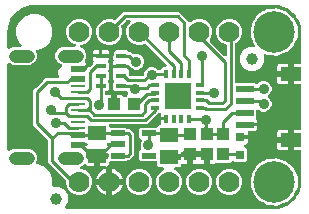
<source format=gbr>
G04 EAGLE Gerber RS-274X export*
G75*
%MOMM*%
%FSLAX34Y34*%
%LPD*%
%INTop Copper*%
%IPPOS*%
%AMOC8*
5,1,8,0,0,1.08239X$1,22.5*%
G01*
%ADD10R,1.500000X1.240000*%
%ADD11R,1.000000X1.075000*%
%ADD12R,0.800000X0.800000*%
%ADD13C,3.516000*%
%ADD14C,1.000000*%
%ADD15R,1.150000X0.575000*%
%ADD16R,1.150000X0.275000*%
%ADD17C,1.108000*%
%ADD18R,1.550000X0.600000*%
%ADD19R,1.800000X1.200000*%
%ADD20R,1.200000X0.550000*%
%ADD21R,2.300000X2.300000*%
%ADD22R,0.800000X0.350000*%
%ADD23R,0.350000X0.800000*%
%ADD24R,1.075000X1.000000*%
%ADD25R,0.900000X0.450000*%
%ADD26C,1.778000*%
%ADD27C,0.906400*%
%ADD28C,0.254000*%

G36*
X228622Y2543D02*
X228622Y2543D01*
X228700Y2545D01*
X232077Y2810D01*
X232145Y2824D01*
X232214Y2829D01*
X232370Y2869D01*
X238794Y4956D01*
X238901Y5006D01*
X239012Y5050D01*
X239063Y5083D01*
X239082Y5091D01*
X239097Y5104D01*
X239148Y5136D01*
X244612Y9107D01*
X244699Y9188D01*
X244746Y9227D01*
X244752Y9231D01*
X244753Y9232D01*
X244791Y9264D01*
X244829Y9310D01*
X244844Y9324D01*
X244855Y9342D01*
X244893Y9388D01*
X246586Y11717D01*
X246599Y11741D01*
X246616Y11761D01*
X246675Y11880D01*
X246739Y11996D01*
X246746Y12022D01*
X246758Y12046D01*
X246785Y12174D01*
X246799Y12185D01*
X246823Y12196D01*
X246925Y12281D01*
X247031Y12361D01*
X247048Y12382D01*
X247068Y12398D01*
X247171Y12522D01*
X248864Y14852D01*
X248921Y14956D01*
X248985Y15056D01*
X249007Y15113D01*
X249017Y15131D01*
X249022Y15151D01*
X249044Y15206D01*
X251131Y21630D01*
X251144Y21698D01*
X251167Y21764D01*
X251190Y21923D01*
X251455Y25300D01*
X251455Y25304D01*
X251456Y25307D01*
X251455Y25326D01*
X251459Y25400D01*
X251459Y51090D01*
X251444Y51208D01*
X251437Y51327D01*
X251424Y51365D01*
X251419Y51406D01*
X251376Y51516D01*
X251339Y51629D01*
X251317Y51664D01*
X251302Y51701D01*
X251233Y51797D01*
X251169Y51898D01*
X251139Y51926D01*
X251116Y51959D01*
X251024Y52035D01*
X250937Y52116D01*
X250902Y52136D01*
X250871Y52161D01*
X250763Y52212D01*
X250659Y52270D01*
X250619Y52280D01*
X250583Y52297D01*
X250466Y52319D01*
X250351Y52349D01*
X250291Y52353D01*
X250271Y52357D01*
X250250Y52355D01*
X250190Y52359D01*
X244999Y52359D01*
X244999Y59630D01*
X244984Y59748D01*
X244977Y59867D01*
X244964Y59905D01*
X244959Y59945D01*
X244915Y60056D01*
X244879Y60169D01*
X244857Y60204D01*
X244842Y60241D01*
X244772Y60337D01*
X244709Y60438D01*
X244679Y60466D01*
X244655Y60498D01*
X244564Y60574D01*
X244477Y60656D01*
X244442Y60675D01*
X244410Y60701D01*
X244303Y60752D01*
X244199Y60809D01*
X244159Y60820D01*
X244123Y60837D01*
X244006Y60859D01*
X243891Y60889D01*
X243830Y60893D01*
X243810Y60897D01*
X243790Y60895D01*
X243730Y60899D01*
X242459Y60899D01*
X242459Y60901D01*
X243730Y60901D01*
X243848Y60916D01*
X243967Y60923D01*
X244005Y60936D01*
X244045Y60941D01*
X244156Y60985D01*
X244269Y61021D01*
X244304Y61043D01*
X244341Y61058D01*
X244437Y61128D01*
X244538Y61191D01*
X244566Y61221D01*
X244598Y61245D01*
X244674Y61336D01*
X244756Y61423D01*
X244775Y61458D01*
X244801Y61490D01*
X244852Y61597D01*
X244909Y61701D01*
X244920Y61741D01*
X244937Y61777D01*
X244959Y61894D01*
X244989Y62009D01*
X244993Y62070D01*
X244997Y62090D01*
X244995Y62109D01*
X244997Y62115D01*
X244996Y62122D01*
X244999Y62170D01*
X244999Y69441D01*
X250190Y69441D01*
X250308Y69456D01*
X250427Y69463D01*
X250465Y69475D01*
X250506Y69481D01*
X250616Y69524D01*
X250729Y69561D01*
X250764Y69583D01*
X250801Y69598D01*
X250897Y69667D01*
X250998Y69731D01*
X251026Y69761D01*
X251059Y69784D01*
X251135Y69876D01*
X251216Y69963D01*
X251236Y69998D01*
X251261Y70029D01*
X251312Y70137D01*
X251370Y70241D01*
X251380Y70281D01*
X251397Y70317D01*
X251419Y70434D01*
X251449Y70549D01*
X251453Y70609D01*
X251457Y70629D01*
X251455Y70650D01*
X251459Y70710D01*
X251459Y107090D01*
X251444Y107208D01*
X251437Y107327D01*
X251424Y107365D01*
X251419Y107406D01*
X251376Y107516D01*
X251339Y107629D01*
X251317Y107664D01*
X251302Y107701D01*
X251233Y107797D01*
X251169Y107898D01*
X251139Y107926D01*
X251116Y107959D01*
X251024Y108035D01*
X250937Y108116D01*
X250902Y108136D01*
X250871Y108161D01*
X250763Y108212D01*
X250659Y108270D01*
X250619Y108280D01*
X250583Y108297D01*
X250466Y108319D01*
X250351Y108349D01*
X250291Y108353D01*
X250271Y108357D01*
X250250Y108355D01*
X250190Y108359D01*
X244999Y108359D01*
X244999Y115630D01*
X244984Y115748D01*
X244977Y115867D01*
X244964Y115905D01*
X244959Y115945D01*
X244915Y116056D01*
X244879Y116169D01*
X244857Y116204D01*
X244842Y116241D01*
X244772Y116337D01*
X244709Y116438D01*
X244679Y116466D01*
X244655Y116498D01*
X244564Y116574D01*
X244477Y116656D01*
X244442Y116675D01*
X244410Y116701D01*
X244303Y116752D01*
X244199Y116809D01*
X244159Y116820D01*
X244123Y116837D01*
X244006Y116859D01*
X243891Y116889D01*
X243830Y116893D01*
X243810Y116897D01*
X243790Y116895D01*
X243730Y116899D01*
X242459Y116899D01*
X242459Y116901D01*
X243730Y116901D01*
X243848Y116916D01*
X243967Y116923D01*
X244005Y116936D01*
X244045Y116941D01*
X244156Y116985D01*
X244269Y117021D01*
X244304Y117043D01*
X244341Y117058D01*
X244437Y117128D01*
X244538Y117191D01*
X244566Y117221D01*
X244598Y117245D01*
X244674Y117336D01*
X244756Y117423D01*
X244775Y117458D01*
X244801Y117490D01*
X244852Y117597D01*
X244909Y117701D01*
X244920Y117741D01*
X244937Y117777D01*
X244959Y117894D01*
X244989Y118009D01*
X244993Y118070D01*
X244997Y118090D01*
X244995Y118110D01*
X244999Y118170D01*
X244999Y125441D01*
X250190Y125441D01*
X250308Y125456D01*
X250427Y125463D01*
X250465Y125475D01*
X250506Y125481D01*
X250616Y125524D01*
X250729Y125561D01*
X250764Y125583D01*
X250801Y125598D01*
X250897Y125667D01*
X250998Y125731D01*
X251026Y125761D01*
X251059Y125784D01*
X251135Y125876D01*
X251216Y125963D01*
X251236Y125998D01*
X251261Y126029D01*
X251312Y126137D01*
X251370Y126241D01*
X251380Y126281D01*
X251397Y126317D01*
X251419Y126434D01*
X251449Y126549D01*
X251453Y126609D01*
X251457Y126629D01*
X251455Y126650D01*
X251459Y126710D01*
X251459Y152400D01*
X251457Y152422D01*
X251455Y152500D01*
X251190Y155877D01*
X251176Y155945D01*
X251171Y156014D01*
X251131Y156170D01*
X249044Y162594D01*
X248993Y162701D01*
X248950Y162812D01*
X248917Y162863D01*
X248909Y162882D01*
X248896Y162897D01*
X248864Y162948D01*
X247171Y165278D01*
X247153Y165297D01*
X247139Y165320D01*
X247044Y165413D01*
X246953Y165509D01*
X246931Y165524D01*
X246912Y165542D01*
X246798Y165608D01*
X246792Y165624D01*
X246789Y165651D01*
X246740Y165775D01*
X246697Y165900D01*
X246682Y165922D01*
X246672Y165947D01*
X246586Y166083D01*
X244893Y168412D01*
X244812Y168499D01*
X244736Y168591D01*
X244690Y168629D01*
X244676Y168644D01*
X244658Y168655D01*
X244612Y168693D01*
X239148Y172664D01*
X239044Y172721D01*
X238944Y172785D01*
X238887Y172807D01*
X238869Y172817D01*
X238849Y172822D01*
X238794Y172844D01*
X232370Y174931D01*
X232302Y174944D01*
X232236Y174967D01*
X232077Y174990D01*
X228700Y175255D01*
X228678Y175254D01*
X228600Y175259D01*
X25400Y175259D01*
X25378Y175257D01*
X25300Y175255D01*
X21923Y174990D01*
X21855Y174976D01*
X21786Y174971D01*
X21630Y174931D01*
X15206Y172844D01*
X15099Y172794D01*
X14988Y172750D01*
X14937Y172717D01*
X14918Y172709D01*
X14903Y172696D01*
X14852Y172664D01*
X9388Y168693D01*
X9301Y168612D01*
X9209Y168536D01*
X9171Y168490D01*
X9156Y168476D01*
X9145Y168458D01*
X9107Y168412D01*
X5136Y162948D01*
X5079Y162844D01*
X5015Y162744D01*
X4993Y162687D01*
X4983Y162669D01*
X4978Y162649D01*
X4956Y162594D01*
X2869Y156170D01*
X2856Y156102D01*
X2833Y156036D01*
X2810Y155877D01*
X2545Y152500D01*
X2546Y152478D01*
X2541Y152400D01*
X2541Y139384D01*
X2558Y139247D01*
X2571Y139108D01*
X2578Y139089D01*
X2581Y139069D01*
X2632Y138940D01*
X2679Y138809D01*
X2690Y138792D01*
X2698Y138773D01*
X2779Y138661D01*
X2857Y138546D01*
X2873Y138532D01*
X2884Y138516D01*
X2992Y138427D01*
X3096Y138335D01*
X3114Y138326D01*
X3129Y138313D01*
X3255Y138254D01*
X3379Y138191D01*
X3399Y138186D01*
X3417Y138177D01*
X3554Y138151D01*
X3689Y138121D01*
X3710Y138122D01*
X3729Y138118D01*
X3868Y138126D01*
X4007Y138131D01*
X4027Y138136D01*
X4047Y138137D01*
X4179Y138180D01*
X4313Y138219D01*
X4330Y138229D01*
X4349Y138235D01*
X4467Y138310D01*
X4587Y138381D01*
X4608Y138399D01*
X4618Y138406D01*
X4632Y138421D01*
X4708Y138487D01*
X4740Y138520D01*
X7524Y139673D01*
X13509Y139673D01*
X13647Y139690D01*
X13786Y139703D01*
X13805Y139710D01*
X13825Y139713D01*
X13954Y139764D01*
X14085Y139811D01*
X14102Y139822D01*
X14121Y139830D01*
X14233Y139911D01*
X14348Y139989D01*
X14362Y140005D01*
X14378Y140016D01*
X14467Y140124D01*
X14559Y140228D01*
X14568Y140246D01*
X14581Y140261D01*
X14640Y140387D01*
X14703Y140511D01*
X14708Y140531D01*
X14716Y140549D01*
X14742Y140685D01*
X14773Y140821D01*
X14772Y140842D01*
X14776Y140861D01*
X14767Y141000D01*
X14763Y141139D01*
X14758Y141159D01*
X14756Y141179D01*
X14714Y141311D01*
X14675Y141445D01*
X14665Y141462D01*
X14658Y141481D01*
X14584Y141599D01*
X14513Y141719D01*
X14495Y141740D01*
X14488Y141750D01*
X14473Y141764D01*
X14407Y141839D01*
X12480Y143767D01*
X10159Y149368D01*
X10159Y155432D01*
X12480Y161033D01*
X16767Y165320D01*
X22368Y167641D01*
X28432Y167641D01*
X34033Y165320D01*
X38320Y161033D01*
X40641Y155432D01*
X40641Y149368D01*
X38320Y143767D01*
X34033Y139480D01*
X28432Y137159D01*
X28111Y137159D01*
X28061Y137153D01*
X28012Y137155D01*
X27904Y137133D01*
X27795Y137119D01*
X27749Y137101D01*
X27700Y137091D01*
X27602Y137043D01*
X27499Y137002D01*
X27459Y136973D01*
X27415Y136951D01*
X27331Y136880D01*
X27242Y136816D01*
X27210Y136777D01*
X27173Y136745D01*
X27109Y136655D01*
X27039Y136571D01*
X27018Y136526D01*
X26989Y136485D01*
X26950Y136382D01*
X26904Y136283D01*
X26894Y136234D01*
X26877Y136188D01*
X26865Y136078D01*
X26844Y135971D01*
X26847Y135921D01*
X26841Y135872D01*
X26857Y135762D01*
X26864Y135653D01*
X26879Y135606D01*
X26886Y135557D01*
X26938Y135404D01*
X27683Y133606D01*
X27683Y130594D01*
X26530Y127810D01*
X24400Y125680D01*
X21616Y124527D01*
X7524Y124527D01*
X4740Y125680D01*
X4708Y125713D01*
X4598Y125798D01*
X4491Y125887D01*
X4472Y125896D01*
X4456Y125908D01*
X4328Y125963D01*
X4203Y126023D01*
X4183Y126026D01*
X4164Y126034D01*
X4027Y126056D01*
X3890Y126082D01*
X3870Y126081D01*
X3850Y126084D01*
X3712Y126071D01*
X3573Y126063D01*
X3554Y126056D01*
X3534Y126054D01*
X3403Y126007D01*
X3271Y125965D01*
X3253Y125954D01*
X3234Y125947D01*
X3120Y125869D01*
X3002Y125794D01*
X2988Y125780D01*
X2971Y125768D01*
X2879Y125664D01*
X2784Y125563D01*
X2774Y125545D01*
X2761Y125530D01*
X2698Y125406D01*
X2630Y125284D01*
X2625Y125265D01*
X2616Y125247D01*
X2586Y125111D01*
X2551Y124976D01*
X2549Y124948D01*
X2546Y124936D01*
X2547Y124916D01*
X2541Y124816D01*
X2541Y52984D01*
X2558Y52847D01*
X2571Y52708D01*
X2578Y52689D01*
X2581Y52669D01*
X2632Y52540D01*
X2679Y52409D01*
X2690Y52392D01*
X2698Y52373D01*
X2779Y52261D01*
X2857Y52146D01*
X2873Y52132D01*
X2884Y52116D01*
X2992Y52027D01*
X3096Y51935D01*
X3114Y51926D01*
X3129Y51913D01*
X3255Y51854D01*
X3379Y51791D01*
X3399Y51786D01*
X3417Y51777D01*
X3554Y51751D01*
X3689Y51721D01*
X3710Y51722D01*
X3729Y51718D01*
X3868Y51726D01*
X4007Y51731D01*
X4027Y51736D01*
X4047Y51737D01*
X4179Y51780D01*
X4313Y51819D01*
X4330Y51829D01*
X4349Y51835D01*
X4467Y51910D01*
X4587Y51981D01*
X4608Y51999D01*
X4618Y52006D01*
X4632Y52021D01*
X4708Y52087D01*
X4740Y52120D01*
X7524Y53273D01*
X21616Y53273D01*
X24400Y52120D01*
X26530Y49990D01*
X27683Y47206D01*
X27683Y44194D01*
X26938Y42396D01*
X26925Y42348D01*
X26904Y42303D01*
X26883Y42195D01*
X26854Y42089D01*
X26853Y42039D01*
X26844Y41990D01*
X26851Y41881D01*
X26849Y41771D01*
X26861Y41723D01*
X26864Y41673D01*
X26897Y41569D01*
X26923Y41462D01*
X26946Y41418D01*
X26962Y41371D01*
X27021Y41278D01*
X27072Y41181D01*
X27105Y41144D01*
X27132Y41102D01*
X27212Y41027D01*
X27286Y40945D01*
X27327Y40918D01*
X27363Y40884D01*
X27460Y40831D01*
X27551Y40771D01*
X27599Y40754D01*
X27642Y40730D01*
X27748Y40703D01*
X27852Y40667D01*
X27902Y40663D01*
X27950Y40651D01*
X28111Y40641D01*
X28432Y40641D01*
X34033Y38320D01*
X38320Y34033D01*
X40641Y28432D01*
X40641Y22573D01*
X40656Y22455D01*
X40663Y22336D01*
X40676Y22298D01*
X40681Y22257D01*
X40724Y22147D01*
X40761Y22034D01*
X40783Y21999D01*
X40798Y21962D01*
X40867Y21866D01*
X40931Y21765D01*
X40961Y21737D01*
X40984Y21704D01*
X41076Y21628D01*
X41163Y21547D01*
X41198Y21527D01*
X41229Y21502D01*
X41337Y21451D01*
X41441Y21393D01*
X41481Y21383D01*
X41517Y21366D01*
X41634Y21344D01*
X41749Y21314D01*
X41809Y21310D01*
X41829Y21306D01*
X41850Y21308D01*
X41910Y21304D01*
X46622Y21304D01*
X51263Y18624D01*
X53943Y13983D01*
X53943Y8623D01*
X51530Y4445D01*
X51479Y4322D01*
X51422Y4203D01*
X51417Y4176D01*
X51407Y4151D01*
X51387Y4020D01*
X51363Y3890D01*
X51364Y3864D01*
X51360Y3837D01*
X51374Y3705D01*
X51382Y3573D01*
X51391Y3547D01*
X51394Y3521D01*
X51440Y3396D01*
X51480Y3271D01*
X51495Y3248D01*
X51504Y3222D01*
X51580Y3114D01*
X51651Y3002D01*
X51670Y2983D01*
X51686Y2961D01*
X51786Y2875D01*
X51882Y2784D01*
X51906Y2771D01*
X51926Y2753D01*
X52045Y2694D01*
X52161Y2630D01*
X52187Y2624D01*
X52211Y2612D01*
X52341Y2584D01*
X52469Y2551D01*
X52507Y2549D01*
X52522Y2545D01*
X52544Y2546D01*
X52629Y2541D01*
X228600Y2541D01*
X228622Y2543D01*
G37*
%LPC*%
G36*
X61327Y14477D02*
X61327Y14477D01*
X57313Y16140D01*
X54240Y19213D01*
X52577Y23227D01*
X52577Y26046D01*
X52565Y26144D01*
X52562Y26243D01*
X52545Y26302D01*
X52537Y26362D01*
X52501Y26454D01*
X52473Y26549D01*
X52443Y26601D01*
X52420Y26657D01*
X52362Y26737D01*
X52312Y26823D01*
X52246Y26898D01*
X52234Y26915D01*
X52224Y26923D01*
X52206Y26944D01*
X37337Y41812D01*
X37337Y60336D01*
X37325Y60434D01*
X37322Y60533D01*
X37305Y60592D01*
X37297Y60652D01*
X37261Y60744D01*
X37233Y60839D01*
X37203Y60891D01*
X37180Y60947D01*
X37122Y61028D01*
X37072Y61113D01*
X37006Y61188D01*
X36994Y61205D01*
X36984Y61213D01*
X36966Y61234D01*
X24637Y73562D01*
X24637Y102968D01*
X26943Y105274D01*
X26944Y105274D01*
X32390Y110720D01*
X34696Y113027D01*
X45180Y113027D01*
X45229Y113033D01*
X45279Y113031D01*
X45386Y113053D01*
X45495Y113067D01*
X45541Y113085D01*
X45590Y113095D01*
X45689Y113143D01*
X45791Y113184D01*
X45831Y113213D01*
X45876Y113235D01*
X45960Y113306D01*
X46048Y113370D01*
X46080Y113409D01*
X46118Y113441D01*
X46181Y113531D01*
X46251Y113615D01*
X46272Y113660D01*
X46301Y113701D01*
X46340Y113804D01*
X46387Y113903D01*
X46396Y113952D01*
X46414Y113998D01*
X46426Y114108D01*
X46446Y114215D01*
X46443Y114265D01*
X46449Y114314D01*
X46434Y114423D01*
X46427Y114533D01*
X46411Y114580D01*
X46404Y114629D01*
X46352Y114782D01*
X45579Y116648D01*
X45579Y118952D01*
X46461Y121080D01*
X48097Y122716D01*
X48191Y122770D01*
X48314Y122835D01*
X48329Y122849D01*
X48347Y122859D01*
X48446Y122955D01*
X48549Y123049D01*
X48561Y123066D01*
X48575Y123080D01*
X48648Y123199D01*
X48724Y123315D01*
X48731Y123334D01*
X48741Y123351D01*
X48782Y123484D01*
X48827Y123615D01*
X48829Y123636D01*
X48835Y123655D01*
X48842Y123794D01*
X48853Y123932D01*
X48849Y123952D01*
X48850Y123973D01*
X48822Y124108D01*
X48798Y124246D01*
X48790Y124264D01*
X48786Y124284D01*
X48725Y124409D01*
X48668Y124536D01*
X48655Y124552D01*
X48646Y124570D01*
X48556Y124676D01*
X48469Y124784D01*
X48453Y124796D01*
X48440Y124812D01*
X48326Y124892D01*
X48215Y124975D01*
X48190Y124988D01*
X48180Y124995D01*
X48161Y125002D01*
X48070Y125046D01*
X46540Y125680D01*
X44410Y127810D01*
X43257Y130594D01*
X43257Y133606D01*
X44410Y136390D01*
X46540Y138520D01*
X49324Y139673D01*
X59303Y139673D01*
X59372Y139681D01*
X59442Y139680D01*
X59529Y139701D01*
X59619Y139713D01*
X59683Y139738D01*
X59751Y139755D01*
X59831Y139797D01*
X59914Y139830D01*
X59971Y139871D01*
X60032Y139903D01*
X60099Y139964D01*
X60172Y140016D01*
X60216Y140070D01*
X60268Y140117D01*
X60317Y140192D01*
X60374Y140261D01*
X60404Y140325D01*
X60442Y140383D01*
X60472Y140468D01*
X60510Y140549D01*
X60523Y140618D01*
X60546Y140684D01*
X60553Y140773D01*
X60570Y140861D01*
X60565Y140931D01*
X60571Y141001D01*
X60555Y141089D01*
X60550Y141179D01*
X60528Y141245D01*
X60516Y141314D01*
X60480Y141396D01*
X60452Y141481D01*
X60415Y141540D01*
X60386Y141604D01*
X60330Y141674D01*
X60282Y141750D01*
X60231Y141798D01*
X60187Y141852D01*
X60116Y141907D01*
X60050Y141968D01*
X59989Y142002D01*
X59933Y142044D01*
X59789Y142115D01*
X57313Y143140D01*
X54240Y146213D01*
X52577Y150227D01*
X52577Y154573D01*
X54240Y158587D01*
X57313Y161660D01*
X61327Y163323D01*
X65673Y163323D01*
X69687Y161660D01*
X72760Y158587D01*
X74423Y154573D01*
X74423Y150227D01*
X72760Y146213D01*
X69687Y143140D01*
X65673Y141477D01*
X65441Y141477D01*
X65371Y141469D01*
X65302Y141470D01*
X65214Y141449D01*
X65125Y141437D01*
X65060Y141412D01*
X64992Y141395D01*
X64913Y141353D01*
X64829Y141320D01*
X64773Y141279D01*
X64711Y141247D01*
X64645Y141186D01*
X64572Y141134D01*
X64528Y141080D01*
X64476Y141033D01*
X64427Y140958D01*
X64369Y140889D01*
X64340Y140825D01*
X64301Y140767D01*
X64272Y140682D01*
X64234Y140601D01*
X64221Y140532D01*
X64198Y140466D01*
X64191Y140377D01*
X64174Y140289D01*
X64178Y140219D01*
X64173Y140149D01*
X64188Y140061D01*
X64194Y139971D01*
X64215Y139905D01*
X64227Y139836D01*
X64264Y139754D01*
X64292Y139669D01*
X64329Y139610D01*
X64358Y139546D01*
X64414Y139476D01*
X64462Y139400D01*
X64513Y139352D01*
X64556Y139298D01*
X64628Y139243D01*
X64694Y139182D01*
X64755Y139148D01*
X64810Y139106D01*
X64955Y139035D01*
X66200Y138520D01*
X68330Y136390D01*
X69483Y133606D01*
X69483Y130594D01*
X68299Y127735D01*
X68289Y127701D01*
X68273Y127668D01*
X68247Y127547D01*
X68215Y127429D01*
X68214Y127393D01*
X68207Y127357D01*
X68212Y127234D01*
X68210Y127111D01*
X68218Y127076D01*
X68220Y127039D01*
X68255Y126921D01*
X68284Y126801D01*
X68301Y126769D01*
X68311Y126735D01*
X68375Y126629D01*
X68433Y126520D01*
X68457Y126494D01*
X68476Y126463D01*
X68564Y126376D01*
X68647Y126285D01*
X68677Y126265D01*
X68703Y126240D01*
X68837Y126151D01*
X69430Y125808D01*
X69903Y125335D01*
X70238Y124756D01*
X70411Y124109D01*
X70411Y123866D01*
X70428Y123728D01*
X70441Y123589D01*
X70448Y123570D01*
X70451Y123550D01*
X70502Y123421D01*
X70549Y123290D01*
X70560Y123273D01*
X70568Y123255D01*
X70649Y123142D01*
X70727Y123027D01*
X70743Y123014D01*
X70754Y122997D01*
X70862Y122908D01*
X70966Y122816D01*
X70984Y122807D01*
X70999Y122794D01*
X71125Y122735D01*
X71249Y122672D01*
X71269Y122667D01*
X71287Y122659D01*
X71423Y122633D01*
X71559Y122602D01*
X71580Y122603D01*
X71599Y122599D01*
X71738Y122608D01*
X71877Y122612D01*
X71897Y122618D01*
X71917Y122619D01*
X72049Y122662D01*
X72183Y122700D01*
X72200Y122711D01*
X72219Y122717D01*
X72337Y122791D01*
X72457Y122862D01*
X72478Y122880D01*
X72488Y122887D01*
X72502Y122902D01*
X72577Y122968D01*
X74766Y125156D01*
X74826Y125235D01*
X74894Y125307D01*
X74923Y125360D01*
X74960Y125408D01*
X75000Y125499D01*
X75048Y125585D01*
X75063Y125644D01*
X75087Y125699D01*
X75102Y125797D01*
X75127Y125893D01*
X75133Y125993D01*
X75137Y126013D01*
X75135Y126026D01*
X75137Y126054D01*
X75137Y126472D01*
X75289Y126623D01*
X75362Y126717D01*
X75440Y126807D01*
X75459Y126843D01*
X75484Y126875D01*
X75531Y126984D01*
X75585Y127090D01*
X75594Y127129D01*
X75610Y127166D01*
X75629Y127284D01*
X75655Y127400D01*
X75653Y127440D01*
X75660Y127480D01*
X75649Y127599D01*
X75645Y127718D01*
X75634Y127757D01*
X75630Y127797D01*
X75590Y127909D01*
X75557Y128024D01*
X75536Y128058D01*
X75522Y128096D01*
X75455Y128195D01*
X75395Y128298D01*
X75355Y128343D01*
X75344Y128360D01*
X75328Y128373D01*
X75289Y128418D01*
X75137Y128570D01*
X74802Y129149D01*
X74629Y129796D01*
X74629Y131111D01*
X81670Y131111D01*
X88711Y131111D01*
X88711Y129796D01*
X88538Y129149D01*
X88203Y128570D01*
X88051Y128418D01*
X87978Y128324D01*
X87900Y128235D01*
X87881Y128199D01*
X87856Y128167D01*
X87809Y128058D01*
X87755Y127952D01*
X87746Y127912D01*
X87730Y127875D01*
X87712Y127758D01*
X87685Y127641D01*
X87687Y127601D01*
X87680Y127561D01*
X87691Y127443D01*
X87695Y127324D01*
X87706Y127285D01*
X87710Y127245D01*
X87750Y127132D01*
X87783Y127018D01*
X87804Y126983D01*
X87818Y126945D01*
X87884Y126847D01*
X87945Y126744D01*
X87985Y126699D01*
X87996Y126682D01*
X88012Y126669D01*
X88051Y126623D01*
X88203Y126472D01*
X88203Y120288D01*
X88192Y120277D01*
X88119Y120183D01*
X88040Y120094D01*
X88022Y120058D01*
X87997Y120026D01*
X87950Y119917D01*
X87896Y119811D01*
X87887Y119771D01*
X87871Y119734D01*
X87852Y119617D01*
X87826Y119501D01*
X87827Y119460D01*
X87821Y119420D01*
X87832Y119301D01*
X87836Y119183D01*
X87847Y119144D01*
X87851Y119104D01*
X87891Y118992D01*
X87924Y118877D01*
X87945Y118842D01*
X87958Y118804D01*
X88025Y118706D01*
X88086Y118603D01*
X88126Y118558D01*
X88137Y118541D01*
X88152Y118528D01*
X88192Y118482D01*
X88203Y118472D01*
X88203Y112288D01*
X87692Y111777D01*
X87619Y111683D01*
X87540Y111594D01*
X87522Y111558D01*
X87497Y111526D01*
X87450Y111417D01*
X87396Y111311D01*
X87387Y111272D01*
X87371Y111234D01*
X87352Y111117D01*
X87326Y111001D01*
X87327Y110960D01*
X87321Y110920D01*
X87332Y110801D01*
X87336Y110683D01*
X87347Y110644D01*
X87351Y110604D01*
X87391Y110492D01*
X87424Y110377D01*
X87445Y110342D01*
X87458Y110304D01*
X87525Y110206D01*
X87586Y110103D01*
X87626Y110058D01*
X87637Y110041D01*
X87652Y110028D01*
X87692Y109982D01*
X88203Y109472D01*
X88203Y103288D01*
X87012Y102097D01*
X86242Y102097D01*
X86124Y102082D01*
X86005Y102075D01*
X85967Y102062D01*
X85926Y102057D01*
X85816Y102014D01*
X85703Y101977D01*
X85668Y101955D01*
X85631Y101940D01*
X85535Y101871D01*
X85434Y101807D01*
X85406Y101777D01*
X85373Y101754D01*
X85297Y101662D01*
X85216Y101575D01*
X85196Y101540D01*
X85171Y101509D01*
X85120Y101401D01*
X85062Y101297D01*
X85052Y101257D01*
X85035Y101221D01*
X85013Y101104D01*
X84983Y100989D01*
X84979Y100929D01*
X84975Y100909D01*
X84977Y100888D01*
X84973Y100828D01*
X84973Y99983D01*
X84989Y99851D01*
X85001Y99718D01*
X85009Y99693D01*
X85013Y99668D01*
X85062Y99544D01*
X85106Y99418D01*
X85120Y99396D01*
X85130Y99372D01*
X85208Y99264D01*
X85282Y99153D01*
X85301Y99136D01*
X85316Y99115D01*
X85419Y99029D01*
X85518Y98940D01*
X85541Y98928D01*
X85561Y98912D01*
X85682Y98855D01*
X85800Y98793D01*
X85826Y98787D01*
X85849Y98776D01*
X85980Y98751D01*
X86110Y98721D01*
X86136Y98721D01*
X86161Y98716D01*
X86295Y98725D01*
X86428Y98728D01*
X86453Y98735D01*
X86479Y98736D01*
X86538Y98755D01*
X86583Y98764D01*
X87391Y98981D01*
X90601Y98981D01*
X90601Y92670D01*
X90616Y92552D01*
X90623Y92433D01*
X90635Y92395D01*
X90641Y92355D01*
X90684Y92244D01*
X90721Y92131D01*
X90743Y92097D01*
X90758Y92059D01*
X90827Y91963D01*
X90891Y91862D01*
X90921Y91834D01*
X90944Y91802D01*
X91036Y91726D01*
X91123Y91644D01*
X91158Y91625D01*
X91189Y91599D01*
X91297Y91548D01*
X91401Y91491D01*
X91441Y91481D01*
X91477Y91463D01*
X91594Y91441D01*
X91709Y91411D01*
X91769Y91407D01*
X91789Y91404D01*
X91810Y91405D01*
X91870Y91401D01*
X94330Y91401D01*
X94448Y91416D01*
X94567Y91423D01*
X94605Y91436D01*
X94646Y91441D01*
X94756Y91485D01*
X94869Y91521D01*
X94904Y91543D01*
X94941Y91558D01*
X95037Y91628D01*
X95138Y91691D01*
X95166Y91721D01*
X95199Y91745D01*
X95275Y91836D01*
X95356Y91923D01*
X95376Y91958D01*
X95401Y91990D01*
X95452Y92097D01*
X95510Y92202D01*
X95520Y92241D01*
X95537Y92277D01*
X95559Y92394D01*
X95589Y92510D01*
X95593Y92570D01*
X95597Y92590D01*
X95595Y92610D01*
X95599Y92670D01*
X95599Y98981D01*
X98809Y98981D01*
X99456Y98808D01*
X100035Y98473D01*
X100508Y98000D01*
X100743Y97593D01*
X100819Y97493D01*
X100890Y97388D01*
X100915Y97366D01*
X100936Y97339D01*
X101034Y97261D01*
X101128Y97178D01*
X101158Y97163D01*
X101185Y97142D01*
X101300Y97091D01*
X101412Y97033D01*
X101444Y97026D01*
X101475Y97012D01*
X101599Y96991D01*
X101722Y96964D01*
X101756Y96965D01*
X101789Y96959D01*
X101914Y96970D01*
X102040Y96973D01*
X102072Y96983D01*
X102106Y96986D01*
X102224Y97027D01*
X102345Y97062D01*
X102374Y97079D01*
X102406Y97090D01*
X102511Y97160D01*
X102619Y97223D01*
X102656Y97256D01*
X102671Y97266D01*
X102686Y97282D01*
X102740Y97330D01*
X103915Y98504D01*
X103980Y98513D01*
X104027Y98531D01*
X104075Y98541D01*
X104174Y98589D01*
X104276Y98630D01*
X104316Y98659D01*
X104361Y98681D01*
X104445Y98752D01*
X104534Y98816D01*
X104565Y98855D01*
X104603Y98887D01*
X104666Y98977D01*
X104736Y99061D01*
X104758Y99106D01*
X104786Y99147D01*
X104825Y99250D01*
X104872Y99349D01*
X104881Y99398D01*
X104899Y99444D01*
X104911Y99554D01*
X104932Y99661D01*
X104929Y99711D01*
X104934Y99760D01*
X104919Y99869D01*
X104912Y99979D01*
X104897Y100026D01*
X104890Y100075D01*
X104838Y100228D01*
X104388Y101314D01*
X104373Y101339D01*
X104364Y101367D01*
X104295Y101477D01*
X104230Y101590D01*
X104210Y101611D01*
X104194Y101636D01*
X104099Y101725D01*
X104009Y101818D01*
X103984Y101834D01*
X103962Y101854D01*
X103849Y101917D01*
X103738Y101985D01*
X103709Y101993D01*
X103684Y102008D01*
X103558Y102040D01*
X103434Y102078D01*
X103404Y102080D01*
X103376Y102087D01*
X103215Y102097D01*
X93328Y102097D01*
X92137Y103288D01*
X92137Y109472D01*
X92648Y109982D01*
X92721Y110076D01*
X92800Y110166D01*
X92818Y110202D01*
X92843Y110234D01*
X92890Y110343D01*
X92944Y110449D01*
X92953Y110488D01*
X92969Y110526D01*
X92988Y110643D01*
X93014Y110759D01*
X93013Y110800D01*
X93019Y110840D01*
X93008Y110958D01*
X93004Y111077D01*
X92993Y111116D01*
X92989Y111156D01*
X92949Y111268D01*
X92916Y111383D01*
X92895Y111418D01*
X92882Y111456D01*
X92815Y111554D01*
X92754Y111657D01*
X92714Y111702D01*
X92703Y111719D01*
X92688Y111732D01*
X92648Y111777D01*
X92137Y112288D01*
X92137Y118630D01*
X92142Y118639D01*
X92153Y118685D01*
X92172Y118728D01*
X92189Y118839D01*
X92215Y118949D01*
X92214Y118996D01*
X92221Y119042D01*
X92211Y119154D01*
X92209Y119266D01*
X92196Y119312D01*
X92192Y119359D01*
X92154Y119465D01*
X92123Y119573D01*
X92091Y119638D01*
X92084Y119658D01*
X92074Y119673D01*
X92052Y119717D01*
X91802Y120149D01*
X91629Y120796D01*
X91629Y122111D01*
X98670Y122111D01*
X104780Y122111D01*
X104874Y122122D01*
X104968Y122125D01*
X105031Y122142D01*
X105096Y122150D01*
X105184Y122185D01*
X105275Y122211D01*
X105331Y122244D01*
X105391Y122267D01*
X105468Y122323D01*
X105550Y122370D01*
X105596Y122416D01*
X105649Y122454D01*
X105709Y122527D01*
X105776Y122593D01*
X105810Y122649D01*
X105851Y122699D01*
X105892Y122785D01*
X105941Y122866D01*
X105959Y122928D01*
X105987Y122987D01*
X106005Y123080D01*
X106032Y123170D01*
X106035Y123235D01*
X106047Y123299D01*
X106041Y123394D01*
X106045Y123488D01*
X106031Y123552D01*
X106027Y123617D01*
X105998Y123707D01*
X105978Y123799D01*
X105935Y123902D01*
X105929Y123919D01*
X105929Y123920D01*
X105924Y123928D01*
X105915Y123947D01*
X105915Y123948D01*
X105836Y124067D01*
X105759Y124188D01*
X105747Y124199D01*
X105738Y124212D01*
X105632Y124308D01*
X105527Y124406D01*
X105513Y124414D01*
X105502Y124424D01*
X105374Y124491D01*
X105249Y124560D01*
X105233Y124564D01*
X105219Y124571D01*
X105079Y124603D01*
X104941Y124639D01*
X104919Y124641D01*
X104910Y124643D01*
X104891Y124642D01*
X104780Y124649D01*
X98670Y124649D01*
X91629Y124649D01*
X91629Y125964D01*
X91802Y126611D01*
X92137Y127190D01*
X92289Y127342D01*
X92362Y127436D01*
X92440Y127525D01*
X92459Y127561D01*
X92484Y127593D01*
X92531Y127702D01*
X92585Y127808D01*
X92594Y127848D01*
X92610Y127885D01*
X92628Y128002D01*
X92655Y128119D01*
X92653Y128159D01*
X92660Y128199D01*
X92649Y128317D01*
X92645Y128436D01*
X92634Y128475D01*
X92630Y128515D01*
X92590Y128628D01*
X92557Y128742D01*
X92536Y128777D01*
X92522Y128815D01*
X92456Y128913D01*
X92395Y129016D01*
X92355Y129061D01*
X92344Y129078D01*
X92328Y129091D01*
X92289Y129137D01*
X92137Y129288D01*
X92137Y135472D01*
X93328Y136663D01*
X104012Y136663D01*
X104620Y136054D01*
X104699Y135994D01*
X104771Y135926D01*
X104824Y135897D01*
X104872Y135860D01*
X104962Y135820D01*
X105049Y135772D01*
X105108Y135757D01*
X105163Y135733D01*
X105261Y135718D01*
X105357Y135693D01*
X105457Y135687D01*
X105477Y135683D01*
X105490Y135685D01*
X105518Y135683D01*
X106478Y135683D01*
X108541Y133620D01*
X108564Y133602D01*
X108583Y133580D01*
X108646Y133535D01*
X108666Y133517D01*
X108694Y133501D01*
X108792Y133425D01*
X108819Y133413D01*
X108843Y133397D01*
X108964Y133351D01*
X109084Y133299D01*
X109113Y133294D01*
X109140Y133284D01*
X109269Y133269D01*
X109398Y133249D01*
X109427Y133252D01*
X109457Y133249D01*
X109585Y133267D01*
X109714Y133279D01*
X109742Y133289D01*
X109771Y133293D01*
X109924Y133345D01*
X110454Y133565D01*
X113066Y133565D01*
X115479Y132565D01*
X117325Y130719D01*
X118325Y128306D01*
X118325Y125694D01*
X117325Y123281D01*
X115479Y121435D01*
X113066Y120435D01*
X110454Y120435D01*
X108041Y121435D01*
X107878Y121599D01*
X107768Y121684D01*
X107661Y121772D01*
X107642Y121781D01*
X107626Y121794D01*
X107498Y121849D01*
X107373Y121908D01*
X107353Y121912D01*
X107334Y121920D01*
X107197Y121942D01*
X107060Y121968D01*
X107040Y121967D01*
X107020Y121970D01*
X106882Y121957D01*
X106743Y121948D01*
X106724Y121942D01*
X106704Y121940D01*
X106572Y121893D01*
X106441Y121850D01*
X106423Y121839D01*
X106404Y121832D01*
X106289Y121754D01*
X106172Y121680D01*
X106158Y121665D01*
X106141Y121654D01*
X106049Y121550D01*
X105954Y121448D01*
X105944Y121431D01*
X105931Y121415D01*
X105867Y121291D01*
X105800Y121170D01*
X105795Y121150D01*
X105786Y121132D01*
X105756Y120996D01*
X105721Y120862D01*
X105719Y120834D01*
X105716Y120822D01*
X105717Y120817D01*
X105538Y120149D01*
X105288Y119717D01*
X105245Y119614D01*
X105193Y119513D01*
X105183Y119467D01*
X105165Y119424D01*
X105148Y119313D01*
X105124Y119203D01*
X105125Y119156D01*
X105118Y119109D01*
X105130Y118998D01*
X105133Y118885D01*
X105147Y118840D01*
X105151Y118793D01*
X105191Y118688D01*
X105203Y118646D01*
X105203Y116584D01*
X105215Y116485D01*
X105218Y116386D01*
X105235Y116328D01*
X105243Y116268D01*
X105279Y116176D01*
X105307Y116081D01*
X105337Y116029D01*
X105360Y115973D01*
X105418Y115892D01*
X105468Y115807D01*
X105534Y115732D01*
X105546Y115715D01*
X105556Y115707D01*
X105575Y115686D01*
X106016Y115244D01*
X106095Y115184D01*
X106167Y115116D01*
X106220Y115087D01*
X106268Y115050D01*
X106358Y115010D01*
X106445Y114962D01*
X106504Y114947D01*
X106559Y114923D01*
X106657Y114908D01*
X106753Y114883D01*
X106853Y114877D01*
X106874Y114873D01*
X106886Y114875D01*
X106914Y114873D01*
X116629Y114873D01*
X116727Y114885D01*
X116826Y114888D01*
X116884Y114905D01*
X116944Y114913D01*
X117036Y114949D01*
X117131Y114977D01*
X117184Y115007D01*
X117240Y115030D01*
X117320Y115088D01*
X117405Y115138D01*
X117481Y115204D01*
X117497Y115216D01*
X117505Y115226D01*
X117526Y115244D01*
X117825Y115543D01*
X117885Y115621D01*
X117953Y115693D01*
X117983Y115746D01*
X118020Y115794D01*
X118059Y115885D01*
X118107Y115972D01*
X118122Y116030D01*
X118146Y116086D01*
X118162Y116184D01*
X118186Y116280D01*
X118193Y116380D01*
X118196Y116400D01*
X118195Y116412D01*
X118197Y116440D01*
X118197Y117160D01*
X119196Y119573D01*
X121043Y121419D01*
X123455Y122419D01*
X126067Y122419D01*
X128480Y121419D01*
X129435Y120464D01*
X129513Y120404D01*
X129585Y120336D01*
X129638Y120307D01*
X129686Y120270D01*
X129777Y120230D01*
X129864Y120182D01*
X129922Y120167D01*
X129978Y120143D01*
X130076Y120128D01*
X130172Y120103D01*
X130272Y120097D01*
X130292Y120093D01*
X130304Y120095D01*
X130332Y120093D01*
X131883Y120093D01*
X132001Y120108D01*
X132120Y120115D01*
X132158Y120128D01*
X132199Y120133D01*
X132309Y120176D01*
X132422Y120213D01*
X132457Y120235D01*
X132494Y120250D01*
X132590Y120319D01*
X132691Y120383D01*
X132719Y120413D01*
X132752Y120436D01*
X132827Y120528D01*
X132909Y120615D01*
X132929Y120650D01*
X132954Y120681D01*
X133005Y120789D01*
X133063Y120893D01*
X133073Y120933D01*
X133090Y120969D01*
X133112Y121086D01*
X133142Y121201D01*
X133146Y121261D01*
X133150Y121281D01*
X133148Y121302D01*
X133152Y121362D01*
X133152Y121632D01*
X134343Y122823D01*
X136142Y122823D01*
X136280Y122840D01*
X136419Y122853D01*
X136438Y122860D01*
X136458Y122863D01*
X136587Y122914D01*
X136718Y122961D01*
X136735Y122972D01*
X136753Y122980D01*
X136866Y123061D01*
X136981Y123139D01*
X136994Y123155D01*
X137011Y123166D01*
X137100Y123274D01*
X137192Y123378D01*
X137201Y123396D01*
X137214Y123411D01*
X137273Y123537D01*
X137336Y123661D01*
X137341Y123681D01*
X137349Y123699D01*
X137375Y123835D01*
X137406Y123971D01*
X137405Y123992D01*
X137409Y124011D01*
X137400Y124150D01*
X137396Y124289D01*
X137390Y124309D01*
X137389Y124329D01*
X137346Y124461D01*
X137308Y124595D01*
X137297Y124612D01*
X137291Y124631D01*
X137217Y124749D01*
X137146Y124869D01*
X137128Y124890D01*
X137121Y124900D01*
X137106Y124914D01*
X137040Y124989D01*
X119957Y142072D01*
X119933Y142091D01*
X119914Y142113D01*
X119808Y142188D01*
X119706Y142267D01*
X119678Y142279D01*
X119654Y142296D01*
X119533Y142342D01*
X119414Y142394D01*
X119385Y142398D01*
X119357Y142409D01*
X119228Y142423D01*
X119100Y142444D01*
X119070Y142441D01*
X119041Y142444D01*
X118912Y142426D01*
X118783Y142414D01*
X118755Y142404D01*
X118726Y142400D01*
X118574Y142348D01*
X116473Y141477D01*
X112127Y141477D01*
X108113Y143140D01*
X105040Y146213D01*
X103377Y150227D01*
X103377Y154573D01*
X105040Y158587D01*
X106591Y160139D01*
X106677Y160248D01*
X106765Y160355D01*
X106774Y160374D01*
X106786Y160390D01*
X106842Y160518D01*
X106901Y160643D01*
X106905Y160663D01*
X106913Y160682D01*
X106935Y160820D01*
X106961Y160956D01*
X106959Y160976D01*
X106963Y160996D01*
X106950Y161135D01*
X106941Y161273D01*
X106935Y161292D01*
X106933Y161312D01*
X106886Y161444D01*
X106843Y161575D01*
X106832Y161593D01*
X106825Y161612D01*
X106747Y161727D01*
X106673Y161844D01*
X106658Y161858D01*
X106647Y161875D01*
X106542Y161967D01*
X106441Y162062D01*
X106423Y162072D01*
X106408Y162085D01*
X106284Y162149D01*
X106163Y162216D01*
X106143Y162221D01*
X106125Y162230D01*
X105989Y162260D01*
X105855Y162295D01*
X105827Y162297D01*
X105815Y162300D01*
X105794Y162299D01*
X105694Y162305D01*
X104002Y162305D01*
X103904Y162293D01*
X103805Y162290D01*
X103746Y162273D01*
X103686Y162265D01*
X103594Y162229D01*
X103499Y162201D01*
X103447Y162171D01*
X103391Y162148D01*
X103311Y162090D01*
X103225Y162040D01*
X103150Y161974D01*
X103133Y161962D01*
X103125Y161952D01*
X103104Y161934D01*
X99228Y158057D01*
X99209Y158033D01*
X99187Y158014D01*
X99112Y157908D01*
X99033Y157806D01*
X99021Y157778D01*
X99004Y157754D01*
X98958Y157633D01*
X98906Y157514D01*
X98902Y157485D01*
X98891Y157457D01*
X98877Y157328D01*
X98856Y157200D01*
X98859Y157170D01*
X98856Y157141D01*
X98874Y157012D01*
X98886Y156883D01*
X98896Y156855D01*
X98900Y156826D01*
X98952Y156674D01*
X99823Y154573D01*
X99823Y150227D01*
X98160Y146213D01*
X95087Y143140D01*
X91073Y141477D01*
X86727Y141477D01*
X82713Y143140D01*
X79640Y146213D01*
X77977Y150227D01*
X77977Y154573D01*
X79640Y158587D01*
X82713Y161660D01*
X86727Y163323D01*
X91073Y163323D01*
X93174Y162452D01*
X93202Y162445D01*
X93228Y162431D01*
X93355Y162403D01*
X93480Y162369D01*
X93510Y162368D01*
X93539Y162362D01*
X93668Y162366D01*
X93798Y162363D01*
X93827Y162370D01*
X93857Y162371D01*
X93981Y162407D01*
X94108Y162438D01*
X94134Y162451D01*
X94162Y162460D01*
X94274Y162525D01*
X94389Y162586D01*
X94411Y162606D01*
X94436Y162621D01*
X94557Y162728D01*
X100740Y168911D01*
X148180Y168911D01*
X155721Y161370D01*
X155733Y161238D01*
X155740Y161219D01*
X155743Y161198D01*
X155794Y161069D01*
X155841Y160938D01*
X155852Y160922D01*
X155860Y160903D01*
X155941Y160791D01*
X156019Y160675D01*
X156035Y160662D01*
X156046Y160645D01*
X156154Y160556D01*
X156258Y160465D01*
X156276Y160456D01*
X156291Y160443D01*
X156417Y160383D01*
X156541Y160320D01*
X156561Y160316D01*
X156579Y160307D01*
X156716Y160281D01*
X156851Y160251D01*
X156872Y160251D01*
X156891Y160247D01*
X157030Y160256D01*
X157169Y160260D01*
X157189Y160266D01*
X157209Y160267D01*
X157341Y160310D01*
X157475Y160349D01*
X157492Y160359D01*
X157511Y160365D01*
X157629Y160440D01*
X157749Y160510D01*
X157770Y160529D01*
X157780Y160535D01*
X157794Y160550D01*
X157869Y160617D01*
X158913Y161660D01*
X162927Y163323D01*
X167273Y163323D01*
X171287Y161660D01*
X174360Y158587D01*
X176023Y154573D01*
X176023Y150227D01*
X174360Y146213D01*
X174151Y146004D01*
X174078Y145910D01*
X174000Y145821D01*
X173981Y145785D01*
X173956Y145753D01*
X173909Y145644D01*
X173855Y145538D01*
X173846Y145498D01*
X173830Y145461D01*
X173812Y145344D01*
X173785Y145228D01*
X173787Y145187D01*
X173780Y145147D01*
X173791Y145029D01*
X173795Y144910D01*
X173806Y144871D01*
X173810Y144831D01*
X173850Y144718D01*
X173883Y144604D01*
X173904Y144569D01*
X173918Y144531D01*
X173985Y144433D01*
X174045Y144330D01*
X174085Y144285D01*
X174096Y144268D01*
X174112Y144255D01*
X174151Y144209D01*
X186301Y132060D01*
X186410Y131975D01*
X186517Y131886D01*
X186536Y131878D01*
X186552Y131865D01*
X186680Y131810D01*
X186805Y131751D01*
X186825Y131747D01*
X186844Y131739D01*
X186982Y131717D01*
X187118Y131691D01*
X187138Y131692D01*
X187158Y131689D01*
X187297Y131702D01*
X187435Y131711D01*
X187454Y131717D01*
X187474Y131719D01*
X187606Y131766D01*
X187737Y131809D01*
X187755Y131820D01*
X187774Y131827D01*
X187889Y131905D01*
X188006Y131979D01*
X188020Y131994D01*
X188037Y132005D01*
X188129Y132109D01*
X188224Y132211D01*
X188234Y132228D01*
X188247Y132244D01*
X188311Y132367D01*
X188378Y132489D01*
X188383Y132509D01*
X188392Y132527D01*
X188422Y132663D01*
X188457Y132797D01*
X188459Y132825D01*
X188462Y132837D01*
X188461Y132858D01*
X188467Y132958D01*
X188467Y140571D01*
X188464Y140600D01*
X188466Y140630D01*
X188444Y140758D01*
X188427Y140887D01*
X188417Y140914D01*
X188412Y140943D01*
X188358Y141062D01*
X188310Y141182D01*
X188293Y141206D01*
X188281Y141233D01*
X188200Y141335D01*
X188124Y141440D01*
X188101Y141459D01*
X188082Y141482D01*
X187979Y141560D01*
X187879Y141643D01*
X187852Y141655D01*
X187828Y141673D01*
X187684Y141744D01*
X184313Y143140D01*
X181240Y146213D01*
X179577Y150227D01*
X179577Y154573D01*
X181240Y158587D01*
X184313Y161660D01*
X188327Y163323D01*
X192673Y163323D01*
X196687Y161660D01*
X199760Y158587D01*
X201423Y154573D01*
X201423Y150227D01*
X199760Y146213D01*
X196687Y143140D01*
X195856Y142796D01*
X195831Y142781D01*
X195803Y142772D01*
X195693Y142703D01*
X195580Y142638D01*
X195559Y142618D01*
X195534Y142602D01*
X195445Y142508D01*
X195352Y142417D01*
X195336Y142392D01*
X195316Y142370D01*
X195253Y142257D01*
X195185Y142146D01*
X195177Y142118D01*
X195162Y142092D01*
X195130Y141966D01*
X195092Y141842D01*
X195090Y141813D01*
X195083Y141784D01*
X195073Y141623D01*
X195073Y110202D01*
X195088Y110084D01*
X195095Y109965D01*
X195108Y109927D01*
X195113Y109886D01*
X195156Y109776D01*
X195193Y109663D01*
X195215Y109628D01*
X195230Y109591D01*
X195299Y109495D01*
X195363Y109394D01*
X195393Y109366D01*
X195416Y109333D01*
X195508Y109257D01*
X195595Y109176D01*
X195630Y109156D01*
X195661Y109131D01*
X195769Y109080D01*
X195873Y109022D01*
X195913Y109012D01*
X195949Y108995D01*
X196066Y108973D01*
X196181Y108943D01*
X196241Y108939D01*
X196261Y108935D01*
X196282Y108937D01*
X196342Y108933D01*
X212052Y108933D01*
X212738Y108247D01*
X212821Y108182D01*
X212875Y108132D01*
X212888Y108125D01*
X212921Y108095D01*
X212957Y108077D01*
X212989Y108052D01*
X213098Y108005D01*
X213204Y107950D01*
X213244Y107942D01*
X213281Y107926D01*
X213399Y107907D01*
X213515Y107881D01*
X213555Y107882D01*
X213595Y107876D01*
X213714Y107887D01*
X213833Y107890D01*
X213871Y107902D01*
X213912Y107905D01*
X214024Y107946D01*
X214138Y107979D01*
X214173Y107999D01*
X214211Y108013D01*
X214257Y108044D01*
X214260Y108045D01*
X214281Y108061D01*
X214310Y108080D01*
X214412Y108140D01*
X214457Y108180D01*
X214474Y108192D01*
X214488Y108207D01*
X214511Y108228D01*
X214517Y108232D01*
X214520Y108236D01*
X214533Y108247D01*
X215991Y109705D01*
X218404Y110705D01*
X221016Y110705D01*
X223429Y109705D01*
X225275Y107859D01*
X226275Y105446D01*
X226275Y102834D01*
X225275Y100421D01*
X223541Y98687D01*
X223468Y98593D01*
X223390Y98504D01*
X223371Y98468D01*
X223346Y98436D01*
X223299Y98327D01*
X223245Y98221D01*
X223236Y98182D01*
X223220Y98144D01*
X223201Y98027D01*
X223175Y97911D01*
X223177Y97870D01*
X223170Y97830D01*
X223181Y97712D01*
X223185Y97593D01*
X223196Y97554D01*
X223200Y97514D01*
X223240Y97402D01*
X223273Y97287D01*
X223294Y97252D01*
X223308Y97214D01*
X223375Y97116D01*
X223435Y97013D01*
X223475Y96968D01*
X223486Y96951D01*
X223502Y96938D01*
X223541Y96892D01*
X225275Y95159D01*
X226275Y92746D01*
X226275Y90134D01*
X225275Y87721D01*
X223429Y85875D01*
X221016Y84875D01*
X218404Y84875D01*
X215991Y85875D01*
X215409Y86457D01*
X215300Y86542D01*
X215193Y86630D01*
X215174Y86639D01*
X215158Y86652D01*
X215030Y86707D01*
X214905Y86766D01*
X214885Y86770D01*
X214866Y86778D01*
X214728Y86800D01*
X214592Y86826D01*
X214572Y86825D01*
X214552Y86828D01*
X214413Y86815D01*
X214275Y86806D01*
X214256Y86800D01*
X214236Y86798D01*
X214105Y86751D01*
X213973Y86708D01*
X213955Y86697D01*
X213936Y86690D01*
X213822Y86612D01*
X213704Y86538D01*
X213690Y86523D01*
X213673Y86512D01*
X213581Y86408D01*
X213486Y86306D01*
X213476Y86288D01*
X213463Y86273D01*
X213400Y86150D01*
X213332Y86028D01*
X213327Y86008D01*
X213318Y85990D01*
X213288Y85854D01*
X213253Y85720D01*
X213251Y85692D01*
X213248Y85680D01*
X213249Y85659D01*
X213243Y85559D01*
X213243Y80033D01*
X213189Y79973D01*
X213171Y79937D01*
X213146Y79905D01*
X213099Y79796D01*
X213045Y79689D01*
X213036Y79650D01*
X213020Y79614D01*
X213001Y79496D01*
X212975Y79379D01*
X212977Y79339D01*
X212970Y79300D01*
X212981Y79181D01*
X212985Y79061D01*
X212996Y79023D01*
X213000Y78983D01*
X213040Y78871D01*
X213074Y78756D01*
X213094Y78721D01*
X213108Y78684D01*
X213155Y78614D01*
X213160Y78605D01*
X213578Y77881D01*
X213751Y77234D01*
X213751Y75399D01*
X203690Y75399D01*
X203572Y75384D01*
X203453Y75377D01*
X203415Y75364D01*
X203375Y75359D01*
X203264Y75316D01*
X203151Y75279D01*
X203117Y75257D01*
X203079Y75242D01*
X202983Y75173D01*
X202882Y75109D01*
X202854Y75079D01*
X202822Y75056D01*
X202746Y74964D01*
X202664Y74877D01*
X202645Y74842D01*
X202619Y74811D01*
X202568Y74703D01*
X202511Y74599D01*
X202501Y74559D01*
X202483Y74523D01*
X202461Y74406D01*
X202431Y74291D01*
X202427Y74231D01*
X202424Y74211D01*
X202425Y74190D01*
X202421Y74130D01*
X202421Y73670D01*
X202436Y73552D01*
X202443Y73433D01*
X202456Y73395D01*
X202461Y73354D01*
X202505Y73244D01*
X202541Y73131D01*
X202563Y73096D01*
X202578Y73059D01*
X202648Y72962D01*
X202711Y72862D01*
X202741Y72834D01*
X202765Y72801D01*
X202856Y72725D01*
X202943Y72644D01*
X202978Y72624D01*
X203010Y72599D01*
X203117Y72548D01*
X203222Y72490D01*
X203261Y72480D01*
X203297Y72463D01*
X203414Y72441D01*
X203530Y72411D01*
X203590Y72407D01*
X203610Y72403D01*
X203630Y72405D01*
X203690Y72401D01*
X213751Y72401D01*
X213751Y70566D01*
X213578Y69919D01*
X213243Y69340D01*
X212770Y68867D01*
X212191Y68532D01*
X211544Y68359D01*
X207200Y68359D01*
X207082Y68344D01*
X206963Y68337D01*
X206925Y68324D01*
X206884Y68319D01*
X206774Y68276D01*
X206661Y68239D01*
X206626Y68217D01*
X206589Y68202D01*
X206493Y68133D01*
X206392Y68069D01*
X206364Y68039D01*
X206331Y68016D01*
X206255Y67924D01*
X206174Y67837D01*
X206154Y67802D01*
X206129Y67771D01*
X206078Y67663D01*
X206020Y67559D01*
X206010Y67519D01*
X205993Y67483D01*
X205971Y67366D01*
X205941Y67251D01*
X205937Y67191D01*
X205933Y67171D01*
X205935Y67150D01*
X205931Y67090D01*
X205931Y65379D01*
X200120Y65379D01*
X200002Y65364D01*
X199883Y65357D01*
X199845Y65344D01*
X199805Y65339D01*
X199694Y65296D01*
X199581Y65259D01*
X199547Y65237D01*
X199509Y65222D01*
X199413Y65153D01*
X199312Y65089D01*
X199284Y65059D01*
X199252Y65036D01*
X199176Y64944D01*
X199094Y64857D01*
X199075Y64822D01*
X199049Y64791D01*
X198998Y64683D01*
X198941Y64579D01*
X198931Y64539D01*
X198913Y64503D01*
X198891Y64386D01*
X198861Y64271D01*
X198857Y64211D01*
X198854Y64191D01*
X198855Y64170D01*
X198851Y64110D01*
X198851Y62650D01*
X198866Y62532D01*
X198873Y62413D01*
X198886Y62375D01*
X198891Y62334D01*
X198935Y62224D01*
X198971Y62111D01*
X198993Y62076D01*
X199008Y62039D01*
X199078Y61942D01*
X199141Y61842D01*
X199171Y61814D01*
X199195Y61781D01*
X199286Y61705D01*
X199373Y61624D01*
X199408Y61604D01*
X199440Y61579D01*
X199547Y61528D01*
X199652Y61470D01*
X199691Y61460D01*
X199727Y61443D01*
X199844Y61421D01*
X199960Y61391D01*
X200020Y61387D01*
X200040Y61383D01*
X200060Y61385D01*
X200120Y61381D01*
X205931Y61381D01*
X205931Y59046D01*
X205758Y58399D01*
X205423Y57820D01*
X204950Y57347D01*
X204371Y57012D01*
X203981Y56908D01*
X203840Y56850D01*
X203698Y56794D01*
X203693Y56790D01*
X203686Y56788D01*
X203563Y56697D01*
X203441Y56608D01*
X203436Y56602D01*
X203431Y56598D01*
X203335Y56480D01*
X203238Y56363D01*
X203235Y56356D01*
X203231Y56351D01*
X203167Y56211D01*
X203102Y56075D01*
X203101Y56068D01*
X203098Y56062D01*
X203071Y55911D01*
X203043Y55762D01*
X203043Y55756D01*
X203042Y55749D01*
X203053Y55597D01*
X203062Y55445D01*
X203064Y55439D01*
X203065Y55432D01*
X203114Y55287D01*
X203160Y55143D01*
X203164Y55137D01*
X203166Y55130D01*
X203249Y55003D01*
X203331Y54874D01*
X203336Y54869D01*
X203339Y54864D01*
X203451Y54760D01*
X203562Y54656D01*
X203568Y54653D01*
X203573Y54648D01*
X203707Y54576D01*
X203841Y54502D01*
X203847Y54501D01*
X203853Y54498D01*
X204001Y54461D01*
X204149Y54423D01*
X204158Y54422D01*
X204162Y54421D01*
X204173Y54421D01*
X204227Y54418D01*
X205423Y53222D01*
X205423Y43538D01*
X204232Y42347D01*
X194548Y42347D01*
X194355Y42540D01*
X194261Y42613D01*
X194172Y42692D01*
X194136Y42710D01*
X194104Y42735D01*
X193994Y42783D01*
X193888Y42837D01*
X193849Y42845D01*
X193812Y42862D01*
X193694Y42880D01*
X193578Y42906D01*
X193538Y42905D01*
X193498Y42911D01*
X193379Y42900D01*
X193260Y42897D01*
X193221Y42885D01*
X193181Y42882D01*
X193069Y42841D01*
X192955Y42808D01*
X192920Y42788D01*
X192882Y42774D01*
X192784Y42707D01*
X192681Y42647D01*
X192636Y42607D01*
X192619Y42595D01*
X192605Y42580D01*
X192560Y42540D01*
X191262Y41242D01*
X179551Y41242D01*
X179505Y41283D01*
X179471Y41300D01*
X179440Y41323D01*
X179330Y41371D01*
X179221Y41426D01*
X179184Y41435D01*
X179149Y41450D01*
X179029Y41469D01*
X178911Y41495D01*
X178872Y41494D01*
X178835Y41500D01*
X178714Y41488D01*
X178593Y41484D01*
X178556Y41474D01*
X178518Y41470D01*
X178404Y41429D01*
X178288Y41395D01*
X178255Y41375D01*
X178219Y41362D01*
X178190Y41343D01*
X178155Y41325D01*
X177431Y40907D01*
X176784Y40734D01*
X173949Y40734D01*
X173949Y47420D01*
X173934Y47538D01*
X173927Y47657D01*
X173914Y47695D01*
X173909Y47735D01*
X173866Y47846D01*
X173829Y47959D01*
X173807Y47993D01*
X173792Y48031D01*
X173723Y48127D01*
X173659Y48228D01*
X173629Y48256D01*
X173606Y48288D01*
X173514Y48364D01*
X173427Y48446D01*
X173392Y48465D01*
X173361Y48491D01*
X173253Y48542D01*
X173149Y48599D01*
X173109Y48609D01*
X173073Y48627D01*
X172956Y48649D01*
X172841Y48679D01*
X172781Y48683D01*
X172761Y48686D01*
X172740Y48685D01*
X172680Y48689D01*
X171489Y48689D01*
X171489Y49880D01*
X171474Y49998D01*
X171467Y50117D01*
X171454Y50155D01*
X171449Y50196D01*
X171405Y50306D01*
X171369Y50419D01*
X171347Y50454D01*
X171332Y50491D01*
X171262Y50587D01*
X171199Y50688D01*
X171169Y50716D01*
X171145Y50749D01*
X171054Y50825D01*
X170967Y50906D01*
X170932Y50926D01*
X170900Y50951D01*
X170793Y51002D01*
X170688Y51060D01*
X170649Y51070D01*
X170613Y51087D01*
X170496Y51109D01*
X170380Y51139D01*
X170320Y51143D01*
X170300Y51147D01*
X170280Y51145D01*
X170220Y51149D01*
X158710Y51149D01*
X158592Y51134D01*
X158473Y51127D01*
X158435Y51114D01*
X158395Y51109D01*
X158284Y51066D01*
X158171Y51029D01*
X158137Y51007D01*
X158099Y50992D01*
X158003Y50923D01*
X157902Y50859D01*
X157874Y50829D01*
X157842Y50806D01*
X157766Y50714D01*
X157684Y50627D01*
X157665Y50592D01*
X157639Y50561D01*
X157588Y50453D01*
X157531Y50349D01*
X157521Y50309D01*
X157503Y50273D01*
X157483Y50166D01*
X157479Y50196D01*
X157435Y50306D01*
X157399Y50419D01*
X157377Y50454D01*
X157362Y50491D01*
X157292Y50587D01*
X157229Y50688D01*
X157199Y50716D01*
X157175Y50749D01*
X157084Y50825D01*
X156997Y50906D01*
X156962Y50926D01*
X156930Y50951D01*
X156823Y51002D01*
X156718Y51060D01*
X156679Y51070D01*
X156643Y51087D01*
X156526Y51109D01*
X156410Y51139D01*
X156350Y51143D01*
X156330Y51147D01*
X156310Y51145D01*
X156250Y51149D01*
X151010Y51149D01*
X150892Y51134D01*
X150773Y51127D01*
X150735Y51114D01*
X150694Y51109D01*
X150584Y51066D01*
X150471Y51029D01*
X150436Y51007D01*
X150399Y50992D01*
X150303Y50923D01*
X150202Y50859D01*
X150174Y50829D01*
X150141Y50806D01*
X150065Y50714D01*
X149984Y50627D01*
X149964Y50592D01*
X149939Y50561D01*
X149888Y50453D01*
X149830Y50349D01*
X149820Y50309D01*
X149803Y50273D01*
X149781Y50156D01*
X149751Y50041D01*
X149747Y49981D01*
X149743Y49961D01*
X149745Y49940D01*
X149741Y49880D01*
X149741Y48919D01*
X140970Y48919D01*
X140852Y48904D01*
X140733Y48897D01*
X140695Y48884D01*
X140655Y48879D01*
X140544Y48835D01*
X140431Y48799D01*
X140396Y48777D01*
X140359Y48762D01*
X140263Y48692D01*
X140162Y48629D01*
X140134Y48599D01*
X140102Y48575D01*
X140026Y48484D01*
X139944Y48397D01*
X139925Y48362D01*
X139899Y48330D01*
X139848Y48223D01*
X139791Y48119D01*
X139780Y48079D01*
X139763Y48043D01*
X139741Y47926D01*
X139711Y47811D01*
X139707Y47750D01*
X139703Y47730D01*
X139705Y47710D01*
X139701Y47650D01*
X139701Y45110D01*
X139716Y44992D01*
X139723Y44873D01*
X139736Y44835D01*
X139741Y44795D01*
X139785Y44684D01*
X139821Y44571D01*
X139843Y44536D01*
X139858Y44499D01*
X139928Y44403D01*
X139991Y44302D01*
X140021Y44274D01*
X140045Y44241D01*
X140136Y44166D01*
X140223Y44084D01*
X140258Y44064D01*
X140290Y44039D01*
X140397Y43988D01*
X140501Y43930D01*
X140541Y43920D01*
X140577Y43903D01*
X140694Y43881D01*
X140809Y43851D01*
X140870Y43847D01*
X140890Y43843D01*
X140910Y43845D01*
X140970Y43841D01*
X148670Y43841D01*
X148788Y43856D01*
X148907Y43863D01*
X148945Y43876D01*
X148986Y43881D01*
X149096Y43924D01*
X149209Y43961D01*
X149244Y43983D01*
X149281Y43998D01*
X149377Y44068D01*
X149478Y44131D01*
X149506Y44161D01*
X149539Y44185D01*
X149615Y44276D01*
X149696Y44363D01*
X149716Y44398D01*
X149741Y44429D01*
X149792Y44537D01*
X149850Y44641D01*
X149860Y44681D01*
X149877Y44717D01*
X149899Y44834D01*
X149929Y44949D01*
X149933Y45010D01*
X149937Y45030D01*
X149935Y45050D01*
X149939Y45110D01*
X149939Y46151D01*
X154981Y46151D01*
X154981Y40734D01*
X152146Y40734D01*
X151339Y40951D01*
X151214Y40968D01*
X151090Y40991D01*
X151057Y40989D01*
X151023Y40994D01*
X150898Y40979D01*
X150773Y40971D01*
X150741Y40961D01*
X150708Y40957D01*
X150590Y40912D01*
X150471Y40873D01*
X150442Y40855D01*
X150411Y40843D01*
X150308Y40771D01*
X150202Y40703D01*
X150179Y40679D01*
X150151Y40659D01*
X150070Y40563D01*
X149984Y40472D01*
X149968Y40442D01*
X149946Y40416D01*
X149891Y40303D01*
X149830Y40193D01*
X149822Y40161D01*
X149807Y40130D01*
X149782Y40007D01*
X149751Y39885D01*
X149751Y39883D01*
X149568Y39199D01*
X149233Y38620D01*
X148760Y38147D01*
X148181Y37812D01*
X147534Y37639D01*
X145075Y37639D01*
X145006Y37631D01*
X144936Y37632D01*
X144849Y37611D01*
X144760Y37599D01*
X144695Y37574D01*
X144627Y37557D01*
X144547Y37515D01*
X144464Y37482D01*
X144408Y37441D01*
X144346Y37409D01*
X144279Y37348D01*
X144207Y37296D01*
X144162Y37242D01*
X144110Y37195D01*
X144061Y37120D01*
X144004Y37051D01*
X143974Y36987D01*
X143936Y36929D01*
X143907Y36844D01*
X143868Y36763D01*
X143855Y36694D01*
X143832Y36628D01*
X143825Y36539D01*
X143808Y36451D01*
X143813Y36381D01*
X143807Y36311D01*
X143823Y36223D01*
X143828Y36133D01*
X143850Y36067D01*
X143862Y35998D01*
X143899Y35916D01*
X143926Y35831D01*
X143964Y35772D01*
X143992Y35708D01*
X144048Y35638D01*
X144096Y35562D01*
X144147Y35514D01*
X144191Y35460D01*
X144263Y35405D01*
X144328Y35344D01*
X144389Y35310D01*
X144445Y35268D01*
X144589Y35197D01*
X145887Y34660D01*
X148960Y31587D01*
X150623Y27573D01*
X150623Y23227D01*
X148960Y19213D01*
X145887Y16140D01*
X141873Y14477D01*
X137527Y14477D01*
X133513Y16140D01*
X130440Y19213D01*
X128777Y23227D01*
X128777Y27573D01*
X130440Y31587D01*
X133513Y34660D01*
X134811Y35197D01*
X134871Y35232D01*
X134936Y35258D01*
X135009Y35310D01*
X135087Y35355D01*
X135137Y35403D01*
X135193Y35444D01*
X135251Y35514D01*
X135315Y35576D01*
X135352Y35636D01*
X135396Y35689D01*
X135435Y35771D01*
X135481Y35847D01*
X135502Y35914D01*
X135532Y35977D01*
X135549Y36065D01*
X135575Y36151D01*
X135578Y36221D01*
X135592Y36290D01*
X135586Y36379D01*
X135590Y36469D01*
X135576Y36537D01*
X135572Y36607D01*
X135544Y36692D01*
X135526Y36780D01*
X135495Y36843D01*
X135474Y36909D01*
X135426Y36985D01*
X135386Y37066D01*
X135341Y37119D01*
X135304Y37178D01*
X135238Y37240D01*
X135180Y37308D01*
X135123Y37348D01*
X135072Y37396D01*
X134993Y37439D01*
X134920Y37491D01*
X134854Y37516D01*
X134793Y37550D01*
X134707Y37572D01*
X134622Y37604D01*
X134553Y37612D01*
X134486Y37629D01*
X134325Y37639D01*
X131866Y37639D01*
X131219Y37812D01*
X130640Y38147D01*
X130167Y38620D01*
X129832Y39199D01*
X129659Y39846D01*
X129659Y41598D01*
X129644Y41716D01*
X129637Y41835D01*
X129624Y41873D01*
X129619Y41914D01*
X129576Y42024D01*
X129539Y42137D01*
X129517Y42172D01*
X129502Y42209D01*
X129433Y42305D01*
X129369Y42406D01*
X129339Y42434D01*
X129316Y42467D01*
X129224Y42543D01*
X129137Y42624D01*
X129102Y42644D01*
X129071Y42669D01*
X128963Y42720D01*
X128859Y42778D01*
X128819Y42788D01*
X128783Y42805D01*
X128666Y42827D01*
X128551Y42857D01*
X128491Y42861D01*
X128471Y42865D01*
X128450Y42863D01*
X128390Y42867D01*
X115379Y42867D01*
X114188Y44058D01*
X114188Y51242D01*
X115707Y52761D01*
X115725Y52784D01*
X115748Y52803D01*
X115822Y52909D01*
X115902Y53012D01*
X115914Y53039D01*
X115931Y53064D01*
X115977Y53185D01*
X116029Y53304D01*
X116033Y53333D01*
X116044Y53361D01*
X116058Y53490D01*
X116078Y53618D01*
X116076Y53648D01*
X116079Y53677D01*
X116061Y53805D01*
X116049Y53935D01*
X116039Y53963D01*
X116034Y53992D01*
X115982Y54144D01*
X115355Y55658D01*
X115355Y58270D01*
X116118Y60112D01*
X116132Y60160D01*
X116153Y60205D01*
X116173Y60313D01*
X116202Y60419D01*
X116203Y60469D01*
X116213Y60518D01*
X116206Y60627D01*
X116207Y60737D01*
X116196Y60785D01*
X116193Y60835D01*
X116159Y60939D01*
X116133Y61046D01*
X116110Y61090D01*
X116095Y61137D01*
X116036Y61230D01*
X115985Y61327D01*
X115951Y61364D01*
X115925Y61406D01*
X115845Y61481D01*
X115771Y61563D01*
X115729Y61590D01*
X115693Y61624D01*
X115597Y61677D01*
X115516Y61730D01*
X114188Y63058D01*
X114188Y70242D01*
X115379Y71433D01*
X128898Y71433D01*
X129016Y71448D01*
X129135Y71455D01*
X129173Y71468D01*
X129214Y71473D01*
X129324Y71516D01*
X129437Y71553D01*
X129472Y71575D01*
X129509Y71590D01*
X129605Y71659D01*
X129706Y71723D01*
X129734Y71753D01*
X129767Y71776D01*
X129843Y71868D01*
X129924Y71955D01*
X129944Y71990D01*
X129969Y72021D01*
X130020Y72129D01*
X130078Y72233D01*
X130088Y72273D01*
X130105Y72309D01*
X130117Y72372D01*
X131358Y73613D01*
X131375Y73613D01*
X131493Y73628D01*
X131612Y73635D01*
X131650Y73648D01*
X131691Y73653D01*
X131801Y73696D01*
X131914Y73733D01*
X131949Y73755D01*
X131986Y73770D01*
X132082Y73839D01*
X132183Y73903D01*
X132211Y73933D01*
X132244Y73956D01*
X132320Y74048D01*
X132401Y74135D01*
X132421Y74170D01*
X132446Y74201D01*
X132497Y74309D01*
X132555Y74413D01*
X132565Y74453D01*
X132582Y74489D01*
X132604Y74606D01*
X132634Y74721D01*
X132638Y74781D01*
X132642Y74801D01*
X132641Y74806D01*
X132642Y74807D01*
X132641Y74825D01*
X132644Y74882D01*
X132644Y77521D01*
X136935Y77521D01*
X137053Y77536D01*
X137172Y77543D01*
X137210Y77555D01*
X137250Y77560D01*
X137361Y77604D01*
X137474Y77641D01*
X137508Y77663D01*
X137546Y77677D01*
X137642Y77747D01*
X137743Y77811D01*
X137771Y77841D01*
X137803Y77864D01*
X137879Y77956D01*
X137961Y78043D01*
X137980Y78078D01*
X138006Y78109D01*
X138057Y78217D01*
X138114Y78321D01*
X138124Y78360D01*
X138142Y78397D01*
X138164Y78514D01*
X138194Y78629D01*
X138198Y78689D01*
X138201Y78709D01*
X138201Y78710D01*
X138200Y78730D01*
X138204Y78790D01*
X138189Y78908D01*
X138182Y79027D01*
X138169Y79065D01*
X138164Y79106D01*
X138120Y79216D01*
X138084Y79330D01*
X138062Y79364D01*
X138047Y79401D01*
X137977Y79498D01*
X137913Y79598D01*
X137884Y79626D01*
X137860Y79659D01*
X137768Y79735D01*
X137682Y79816D01*
X137646Y79836D01*
X137615Y79862D01*
X137508Y79912D01*
X137403Y79970D01*
X137364Y79980D01*
X137328Y79997D01*
X137211Y80019D01*
X137095Y80049D01*
X137035Y80053D01*
X137015Y80057D01*
X136995Y80056D01*
X136935Y80059D01*
X132644Y80059D01*
X132644Y82988D01*
X132629Y83106D01*
X132622Y83225D01*
X132609Y83263D01*
X132604Y83304D01*
X132561Y83414D01*
X132524Y83527D01*
X132502Y83562D01*
X132487Y83599D01*
X132418Y83695D01*
X132354Y83796D01*
X132324Y83824D01*
X132301Y83857D01*
X132209Y83933D01*
X132122Y84014D01*
X132087Y84034D01*
X132056Y84059D01*
X131948Y84110D01*
X131844Y84168D01*
X131804Y84178D01*
X131768Y84195D01*
X131651Y84217D01*
X131536Y84247D01*
X131492Y84250D01*
X131484Y84252D01*
X131474Y84251D01*
X131456Y84255D01*
X131435Y84253D01*
X131375Y84257D01*
X131364Y84257D01*
X131266Y84245D01*
X131167Y84242D01*
X131144Y84235D01*
X131138Y84235D01*
X131107Y84225D01*
X131048Y84217D01*
X130956Y84181D01*
X130861Y84153D01*
X130809Y84123D01*
X130753Y84100D01*
X130673Y84042D01*
X130587Y83992D01*
X130512Y83926D01*
X130495Y83914D01*
X130487Y83904D01*
X130466Y83886D01*
X120748Y74167D01*
X89542Y74167D01*
X89424Y74152D01*
X89305Y74145D01*
X89267Y74132D01*
X89226Y74127D01*
X89116Y74084D01*
X89003Y74047D01*
X88968Y74025D01*
X88931Y74010D01*
X88835Y73941D01*
X88734Y73877D01*
X88706Y73847D01*
X88673Y73824D01*
X88597Y73732D01*
X88516Y73645D01*
X88496Y73610D01*
X88471Y73579D01*
X88420Y73471D01*
X88362Y73367D01*
X88352Y73327D01*
X88335Y73291D01*
X88313Y73174D01*
X88283Y73059D01*
X88279Y72999D01*
X88275Y72979D01*
X88277Y72958D01*
X88273Y72898D01*
X88273Y72702D01*
X88288Y72584D01*
X88295Y72465D01*
X88308Y72427D01*
X88313Y72386D01*
X88356Y72276D01*
X88393Y72163D01*
X88415Y72128D01*
X88430Y72091D01*
X88499Y71995D01*
X88563Y71894D01*
X88593Y71866D01*
X88616Y71833D01*
X88708Y71757D01*
X88795Y71676D01*
X88830Y71656D01*
X88861Y71631D01*
X88969Y71580D01*
X89073Y71522D01*
X89113Y71512D01*
X89149Y71495D01*
X89266Y71473D01*
X89381Y71443D01*
X89441Y71439D01*
X89461Y71435D01*
X89482Y71437D01*
X89542Y71433D01*
X103061Y71433D01*
X104169Y70324D01*
X104248Y70264D01*
X104320Y70196D01*
X104373Y70167D01*
X104421Y70130D01*
X104511Y70090D01*
X104598Y70042D01*
X104657Y70027D01*
X104712Y70003D01*
X104810Y69988D01*
X104906Y69963D01*
X105006Y69957D01*
X105026Y69953D01*
X105039Y69955D01*
X105067Y69953D01*
X106168Y69953D01*
X109983Y66138D01*
X109983Y48162D01*
X106168Y44347D01*
X105067Y44347D01*
X104969Y44335D01*
X104870Y44332D01*
X104811Y44315D01*
X104751Y44307D01*
X104659Y44271D01*
X104564Y44243D01*
X104512Y44213D01*
X104456Y44190D01*
X104375Y44132D01*
X104290Y44082D01*
X104215Y44016D01*
X104198Y44004D01*
X104190Y43994D01*
X104169Y43976D01*
X103061Y42867D01*
X90050Y42867D01*
X89932Y42852D01*
X89813Y42845D01*
X89775Y42832D01*
X89734Y42827D01*
X89624Y42784D01*
X89511Y42747D01*
X89476Y42725D01*
X89439Y42710D01*
X89343Y42641D01*
X89242Y42577D01*
X89214Y42547D01*
X89181Y42524D01*
X89105Y42432D01*
X89024Y42345D01*
X89004Y42310D01*
X88979Y42279D01*
X88928Y42171D01*
X88870Y42067D01*
X88860Y42027D01*
X88843Y41991D01*
X88821Y41874D01*
X88791Y41759D01*
X88787Y41699D01*
X88783Y41679D01*
X88785Y41658D01*
X88781Y41598D01*
X88781Y41116D01*
X88608Y40469D01*
X88273Y39890D01*
X87800Y39417D01*
X87160Y39047D01*
X87131Y39038D01*
X87091Y39013D01*
X87047Y38995D01*
X86957Y38928D01*
X86862Y38868D01*
X86830Y38833D01*
X86792Y38805D01*
X86721Y38718D01*
X86644Y38636D01*
X86621Y38595D01*
X86592Y38558D01*
X86545Y38456D01*
X86499Y38373D01*
X86452Y38448D01*
X86423Y38476D01*
X86399Y38508D01*
X86307Y38584D01*
X86220Y38666D01*
X86185Y38685D01*
X86154Y38711D01*
X86046Y38762D01*
X85942Y38820D01*
X85903Y38830D01*
X85867Y38847D01*
X85749Y38869D01*
X85634Y38899D01*
X85574Y38903D01*
X85554Y38907D01*
X85534Y38905D01*
X85473Y38909D01*
X81279Y38909D01*
X81279Y45111D01*
X86917Y45111D01*
X87035Y45126D01*
X87154Y45133D01*
X87192Y45146D01*
X87233Y45151D01*
X87343Y45194D01*
X87456Y45231D01*
X87491Y45253D01*
X87528Y45268D01*
X87624Y45338D01*
X87725Y45401D01*
X87753Y45431D01*
X87786Y45455D01*
X87862Y45546D01*
X87943Y45633D01*
X87963Y45668D01*
X87988Y45699D01*
X88039Y45807D01*
X88097Y45911D01*
X88107Y45951D01*
X88124Y45987D01*
X88146Y46104D01*
X88176Y46219D01*
X88180Y46280D01*
X88184Y46300D01*
X88182Y46320D01*
X88186Y46380D01*
X88186Y48920D01*
X88171Y49038D01*
X88164Y49157D01*
X88151Y49195D01*
X88146Y49235D01*
X88103Y49346D01*
X88066Y49459D01*
X88044Y49494D01*
X88029Y49531D01*
X87960Y49627D01*
X87896Y49728D01*
X87866Y49756D01*
X87843Y49788D01*
X87751Y49864D01*
X87664Y49946D01*
X87629Y49965D01*
X87598Y49991D01*
X87490Y50042D01*
X87386Y50099D01*
X87346Y50110D01*
X87310Y50127D01*
X87193Y50149D01*
X87078Y50179D01*
X87018Y50183D01*
X86998Y50187D01*
X86977Y50185D01*
X86917Y50189D01*
X80010Y50189D01*
X79892Y50174D01*
X79773Y50167D01*
X79735Y50154D01*
X79695Y50149D01*
X79584Y50105D01*
X79471Y50069D01*
X79436Y50047D01*
X79399Y50032D01*
X79303Y49962D01*
X79202Y49899D01*
X79174Y49869D01*
X79142Y49845D01*
X79066Y49754D01*
X78984Y49667D01*
X78965Y49632D01*
X78939Y49600D01*
X78888Y49493D01*
X78831Y49389D01*
X78820Y49349D01*
X78803Y49313D01*
X78781Y49196D01*
X78751Y49081D01*
X78747Y49020D01*
X78743Y49000D01*
X78745Y48980D01*
X78741Y48920D01*
X78741Y47649D01*
X78739Y47649D01*
X78739Y48920D01*
X78724Y49038D01*
X78717Y49157D01*
X78704Y49195D01*
X78699Y49235D01*
X78655Y49346D01*
X78619Y49459D01*
X78597Y49494D01*
X78582Y49531D01*
X78512Y49627D01*
X78449Y49728D01*
X78419Y49756D01*
X78395Y49788D01*
X78304Y49864D01*
X78217Y49946D01*
X78182Y49965D01*
X78150Y49991D01*
X78043Y50042D01*
X77939Y50099D01*
X77899Y50110D01*
X77863Y50127D01*
X77746Y50149D01*
X77631Y50179D01*
X77570Y50183D01*
X77550Y50187D01*
X77530Y50185D01*
X77470Y50189D01*
X70147Y50189D01*
X70097Y50183D01*
X70048Y50185D01*
X69940Y50163D01*
X69831Y50149D01*
X69785Y50131D01*
X69736Y50121D01*
X69638Y50073D01*
X69536Y50032D01*
X69495Y50003D01*
X69451Y49981D01*
X69367Y49910D01*
X69278Y49845D01*
X69246Y49807D01*
X69209Y49775D01*
X69145Y49685D01*
X69075Y49600D01*
X69054Y49555D01*
X69026Y49515D01*
X68987Y49412D01*
X68940Y49313D01*
X68931Y49264D01*
X68913Y49218D01*
X68901Y49108D01*
X68880Y49000D01*
X68883Y48951D01*
X68878Y48901D01*
X68893Y48792D01*
X68900Y48683D01*
X68915Y48636D01*
X68922Y48587D01*
X68974Y48434D01*
X69483Y47206D01*
X69483Y46380D01*
X69498Y46262D01*
X69505Y46143D01*
X69518Y46105D01*
X69523Y46065D01*
X69566Y45954D01*
X69603Y45841D01*
X69625Y45806D01*
X69640Y45769D01*
X69709Y45673D01*
X69773Y45572D01*
X69803Y45544D01*
X69826Y45511D01*
X69918Y45436D01*
X70005Y45354D01*
X70040Y45334D01*
X70071Y45309D01*
X70179Y45258D01*
X70283Y45200D01*
X70323Y45190D01*
X70359Y45173D01*
X70476Y45151D01*
X70591Y45121D01*
X70651Y45117D01*
X70671Y45113D01*
X70692Y45115D01*
X70752Y45111D01*
X76201Y45111D01*
X76201Y38909D01*
X70906Y38909D01*
X70259Y39082D01*
X69680Y39417D01*
X69207Y39890D01*
X69156Y39977D01*
X69081Y40077D01*
X69010Y40182D01*
X68985Y40204D01*
X68964Y40231D01*
X68866Y40309D01*
X68771Y40392D01*
X68741Y40407D01*
X68715Y40428D01*
X68600Y40480D01*
X68488Y40537D01*
X68455Y40544D01*
X68425Y40558D01*
X68300Y40579D01*
X68178Y40606D01*
X68144Y40605D01*
X68111Y40611D01*
X67986Y40600D01*
X67860Y40597D01*
X67828Y40587D01*
X67794Y40584D01*
X67675Y40543D01*
X67555Y40508D01*
X67526Y40491D01*
X67494Y40480D01*
X67389Y40411D01*
X67281Y40347D01*
X67244Y40314D01*
X67229Y40304D01*
X67214Y40288D01*
X67160Y40240D01*
X66200Y39280D01*
X64955Y38765D01*
X64894Y38730D01*
X64829Y38704D01*
X64757Y38652D01*
X64679Y38607D01*
X64629Y38559D01*
X64572Y38518D01*
X64515Y38448D01*
X64450Y38386D01*
X64414Y38326D01*
X64369Y38273D01*
X64331Y38191D01*
X64284Y38115D01*
X64263Y38048D01*
X64234Y37985D01*
X64217Y37897D01*
X64190Y37811D01*
X64187Y37741D01*
X64174Y37672D01*
X64180Y37583D01*
X64175Y37493D01*
X64189Y37425D01*
X64194Y37355D01*
X64221Y37270D01*
X64240Y37182D01*
X64270Y37119D01*
X64292Y37053D01*
X64340Y36977D01*
X64379Y36896D01*
X64425Y36843D01*
X64462Y36784D01*
X64527Y36722D01*
X64586Y36654D01*
X64643Y36614D01*
X64694Y36566D01*
X64772Y36523D01*
X64846Y36471D01*
X64911Y36446D01*
X64972Y36412D01*
X65059Y36390D01*
X65143Y36358D01*
X65213Y36350D01*
X65280Y36333D01*
X65441Y36323D01*
X65673Y36323D01*
X69687Y34660D01*
X72760Y31587D01*
X74423Y27573D01*
X74423Y23227D01*
X72760Y19213D01*
X69687Y16140D01*
X65673Y14477D01*
X61327Y14477D01*
G37*
%LPD*%
%LPC*%
G36*
X206870Y119539D02*
X206870Y119539D01*
X202229Y122219D01*
X199549Y126860D01*
X199549Y132220D01*
X202229Y136861D01*
X206870Y139541D01*
X210798Y139541D01*
X210848Y139547D01*
X210897Y139545D01*
X211005Y139567D01*
X211114Y139581D01*
X211160Y139599D01*
X211209Y139609D01*
X211308Y139657D01*
X211409Y139698D01*
X211450Y139727D01*
X211494Y139749D01*
X211578Y139820D01*
X211667Y139884D01*
X211698Y139923D01*
X211736Y139955D01*
X211800Y140045D01*
X211870Y140129D01*
X211891Y140174D01*
X211919Y140215D01*
X211958Y140318D01*
X212005Y140417D01*
X212014Y140466D01*
X212032Y140512D01*
X212044Y140622D01*
X212065Y140729D01*
X212062Y140779D01*
X212067Y140828D01*
X212052Y140937D01*
X212045Y141047D01*
X212030Y141094D01*
X212023Y141143D01*
X211971Y141296D01*
X211557Y142296D01*
X211522Y142356D01*
X211497Y142420D01*
X211411Y142556D01*
X210208Y144211D01*
X209647Y146849D01*
X209636Y146883D01*
X209631Y146919D01*
X209579Y147071D01*
X208987Y148499D01*
X208987Y149822D01*
X208981Y149874D01*
X208983Y149926D01*
X208960Y150086D01*
X208468Y152400D01*
X208960Y154714D01*
X208964Y154767D01*
X208977Y154817D01*
X208987Y154978D01*
X208987Y156301D01*
X209579Y157729D01*
X209588Y157763D01*
X209604Y157795D01*
X209647Y157951D01*
X210208Y160589D01*
X211411Y162244D01*
X211444Y162305D01*
X211486Y162360D01*
X211557Y162504D01*
X211973Y163510D01*
X213209Y164746D01*
X213221Y164761D01*
X213236Y164773D01*
X213339Y164897D01*
X215129Y167361D01*
X216631Y168228D01*
X216699Y168280D01*
X216773Y168324D01*
X216875Y168414D01*
X216884Y168421D01*
X216887Y168424D01*
X216893Y168430D01*
X217490Y169027D01*
X219266Y169762D01*
X219268Y169764D01*
X219271Y169764D01*
X219415Y169836D01*
X222379Y171547D01*
X223798Y171696D01*
X223898Y171720D01*
X223999Y171734D01*
X224087Y171764D01*
X224108Y171769D01*
X224120Y171775D01*
X224151Y171786D01*
X224699Y172013D01*
X226743Y172013D01*
X226760Y172015D01*
X226876Y172020D01*
X230704Y172422D01*
X231773Y172075D01*
X231890Y172053D01*
X232005Y172023D01*
X232065Y172019D01*
X232085Y172015D01*
X232106Y172017D01*
X232165Y172013D01*
X232501Y172013D01*
X234409Y171222D01*
X234430Y171217D01*
X234503Y171188D01*
X238666Y169835D01*
X239278Y169285D01*
X239389Y169207D01*
X239497Y169126D01*
X239527Y169111D01*
X239539Y169103D01*
X239559Y169096D01*
X239641Y169055D01*
X239710Y169027D01*
X241005Y167732D01*
X241019Y167721D01*
X241053Y167686D01*
X244710Y164393D01*
X244732Y164378D01*
X244750Y164359D01*
X244862Y164288D01*
X244910Y164254D01*
X244914Y164217D01*
X244924Y164192D01*
X244929Y164166D01*
X244985Y164015D01*
X245100Y163756D01*
X245179Y163626D01*
X245450Y162971D01*
X245455Y162962D01*
X245463Y162941D01*
X248292Y156586D01*
X248292Y148214D01*
X245463Y141859D01*
X245460Y141849D01*
X245450Y141829D01*
X245194Y141211D01*
X245175Y141187D01*
X245170Y141179D01*
X245168Y141175D01*
X245163Y141164D01*
X245100Y141044D01*
X244887Y140566D01*
X241053Y137114D01*
X241041Y137100D01*
X241005Y137068D01*
X239710Y135773D01*
X239641Y135745D01*
X239524Y135678D01*
X239404Y135615D01*
X239377Y135594D01*
X239365Y135587D01*
X239350Y135572D01*
X239278Y135515D01*
X238666Y134965D01*
X234502Y133612D01*
X234483Y133603D01*
X234409Y133577D01*
X232501Y132787D01*
X232165Y132787D01*
X232047Y132772D01*
X231929Y132765D01*
X231870Y132750D01*
X231850Y132747D01*
X231831Y132740D01*
X231773Y132725D01*
X230704Y132378D01*
X226876Y132780D01*
X226858Y132780D01*
X226743Y132787D01*
X224699Y132787D01*
X224151Y133014D01*
X224052Y133041D01*
X223957Y133077D01*
X223865Y133092D01*
X223844Y133098D01*
X223831Y133098D01*
X223798Y133104D01*
X222379Y133253D01*
X221344Y133850D01*
X221210Y133907D01*
X221077Y133966D01*
X221063Y133968D01*
X221051Y133974D01*
X220907Y133995D01*
X220763Y134019D01*
X220750Y134018D01*
X220736Y134020D01*
X220591Y134005D01*
X220446Y133993D01*
X220434Y133988D01*
X220420Y133987D01*
X220284Y133936D01*
X220146Y133888D01*
X220135Y133881D01*
X220122Y133876D01*
X220003Y133793D01*
X219881Y133712D01*
X219872Y133702D01*
X219861Y133695D01*
X219765Y133584D01*
X219668Y133476D01*
X219662Y133464D01*
X219653Y133454D01*
X219588Y133323D01*
X219520Y133195D01*
X219517Y133181D01*
X219511Y133169D01*
X219481Y133026D01*
X219447Y132885D01*
X219448Y132872D01*
X219445Y132858D01*
X219451Y132712D01*
X219454Y132567D01*
X219457Y132554D01*
X219458Y132541D01*
X219500Y132401D01*
X219539Y132261D01*
X219547Y132244D01*
X219549Y132236D01*
X219551Y132234D01*
X219551Y126860D01*
X216871Y122219D01*
X212230Y119539D01*
X206870Y119539D01*
G37*
%LPD*%
%LPC*%
G36*
X226876Y5780D02*
X226876Y5780D01*
X226858Y5780D01*
X226743Y5787D01*
X224699Y5787D01*
X224151Y6014D01*
X224053Y6041D01*
X223957Y6077D01*
X223865Y6092D01*
X223844Y6098D01*
X223830Y6098D01*
X223798Y6104D01*
X222379Y6253D01*
X219415Y7964D01*
X219413Y7965D01*
X219410Y7967D01*
X219266Y8038D01*
X217490Y8773D01*
X216893Y9370D01*
X216826Y9422D01*
X216765Y9483D01*
X216651Y9558D01*
X216642Y9565D01*
X216638Y9567D01*
X216631Y9572D01*
X215129Y10439D01*
X213339Y12903D01*
X213326Y12917D01*
X213316Y12933D01*
X213209Y13054D01*
X211973Y14290D01*
X211557Y15296D01*
X211522Y15356D01*
X211497Y15420D01*
X211411Y15556D01*
X210208Y17211D01*
X209647Y19849D01*
X209636Y19883D01*
X209631Y19919D01*
X209579Y20071D01*
X208987Y21499D01*
X208987Y22822D01*
X208981Y22874D01*
X208983Y22926D01*
X208960Y23086D01*
X208468Y25400D01*
X208960Y27714D01*
X208964Y27767D01*
X208977Y27817D01*
X208987Y27978D01*
X208987Y29301D01*
X209579Y30729D01*
X209588Y30763D01*
X209604Y30795D01*
X209647Y30951D01*
X210208Y33589D01*
X211411Y35244D01*
X211444Y35305D01*
X211486Y35360D01*
X211557Y35504D01*
X211973Y36510D01*
X213209Y37746D01*
X213221Y37761D01*
X213236Y37773D01*
X213339Y37897D01*
X215129Y40361D01*
X216631Y41228D01*
X216699Y41280D01*
X216773Y41324D01*
X216875Y41414D01*
X216884Y41421D01*
X216887Y41424D01*
X216893Y41430D01*
X217490Y42027D01*
X219266Y42762D01*
X219268Y42764D01*
X219271Y42764D01*
X219415Y42836D01*
X222379Y44547D01*
X223798Y44696D01*
X223897Y44720D01*
X223999Y44734D01*
X224087Y44764D01*
X224108Y44769D01*
X224120Y44775D01*
X224151Y44786D01*
X224699Y45013D01*
X226743Y45013D01*
X226760Y45015D01*
X226876Y45020D01*
X230704Y45422D01*
X231773Y45075D01*
X231890Y45053D01*
X232005Y45023D01*
X232065Y45019D01*
X232085Y45015D01*
X232106Y45017D01*
X232165Y45013D01*
X232501Y45013D01*
X234409Y44223D01*
X234430Y44217D01*
X234503Y44188D01*
X238666Y42835D01*
X239278Y42285D01*
X239389Y42207D01*
X239497Y42126D01*
X239527Y42111D01*
X239539Y42103D01*
X239559Y42096D01*
X239641Y42055D01*
X239710Y42027D01*
X241005Y40732D01*
X241019Y40721D01*
X241053Y40686D01*
X244887Y37234D01*
X245100Y36756D01*
X245179Y36626D01*
X245450Y35971D01*
X245455Y35963D01*
X245463Y35941D01*
X248292Y29586D01*
X248292Y21214D01*
X245463Y14859D01*
X245460Y14849D01*
X245450Y14829D01*
X245194Y14211D01*
X245175Y14187D01*
X245170Y14178D01*
X245168Y14175D01*
X245163Y14165D01*
X245100Y14044D01*
X244985Y13785D01*
X244977Y13759D01*
X244964Y13736D01*
X244931Y13607D01*
X244914Y13552D01*
X244880Y13536D01*
X244860Y13519D01*
X244836Y13507D01*
X244710Y13407D01*
X241053Y10114D01*
X241041Y10100D01*
X241005Y10068D01*
X239710Y8773D01*
X239641Y8745D01*
X239524Y8678D01*
X239404Y8615D01*
X239377Y8594D01*
X239365Y8587D01*
X239349Y8572D01*
X239278Y8515D01*
X238666Y7965D01*
X234502Y6612D01*
X234483Y6603D01*
X234409Y6577D01*
X232501Y5787D01*
X232165Y5787D01*
X232047Y5772D01*
X231929Y5765D01*
X231870Y5750D01*
X231850Y5747D01*
X231831Y5740D01*
X231773Y5725D01*
X230704Y5378D01*
X226876Y5780D01*
G37*
%LPD*%
%LPC*%
G36*
X188327Y14477D02*
X188327Y14477D01*
X184313Y16140D01*
X181240Y19213D01*
X179577Y23227D01*
X179577Y27573D01*
X181240Y31587D01*
X184313Y34660D01*
X188327Y36323D01*
X192673Y36323D01*
X196687Y34660D01*
X199760Y31587D01*
X201423Y27573D01*
X201423Y23227D01*
X199760Y19213D01*
X196687Y16140D01*
X192673Y14477D01*
X188327Y14477D01*
G37*
%LPD*%
%LPC*%
G36*
X162927Y14477D02*
X162927Y14477D01*
X158913Y16140D01*
X155840Y19213D01*
X154177Y23227D01*
X154177Y27573D01*
X155840Y31587D01*
X158913Y34660D01*
X162927Y36323D01*
X167273Y36323D01*
X171287Y34660D01*
X174360Y31587D01*
X176023Y27573D01*
X176023Y23227D01*
X174360Y19213D01*
X171287Y16140D01*
X167273Y14477D01*
X162927Y14477D01*
G37*
%LPD*%
%LPC*%
G36*
X112127Y14477D02*
X112127Y14477D01*
X108113Y16140D01*
X105040Y19213D01*
X103377Y23227D01*
X103377Y27573D01*
X105040Y31587D01*
X108113Y34660D01*
X112127Y36323D01*
X116473Y36323D01*
X120487Y34660D01*
X123560Y31587D01*
X125223Y27573D01*
X125223Y23227D01*
X123560Y19213D01*
X120487Y16140D01*
X116473Y14477D01*
X112127Y14477D01*
G37*
%LPD*%
%LPC*%
G36*
X230919Y119439D02*
X230919Y119439D01*
X230919Y123234D01*
X231092Y123881D01*
X231427Y124460D01*
X231900Y124933D01*
X232479Y125268D01*
X233126Y125441D01*
X239921Y125441D01*
X239921Y119439D01*
X230919Y119439D01*
G37*
%LPD*%
%LPC*%
G36*
X230919Y63439D02*
X230919Y63439D01*
X230919Y67234D01*
X231092Y67881D01*
X231427Y68460D01*
X231900Y68933D01*
X232479Y69268D01*
X233126Y69441D01*
X239921Y69441D01*
X239921Y63439D01*
X230919Y63439D01*
G37*
%LPD*%
%LPC*%
G36*
X233126Y108359D02*
X233126Y108359D01*
X232479Y108532D01*
X231900Y108867D01*
X231427Y109340D01*
X231092Y109919D01*
X230919Y110566D01*
X230919Y114361D01*
X239921Y114361D01*
X239921Y108359D01*
X233126Y108359D01*
G37*
%LPD*%
%LPC*%
G36*
X233126Y52359D02*
X233126Y52359D01*
X232479Y52532D01*
X231900Y52867D01*
X231427Y53340D01*
X231092Y53919D01*
X230919Y54566D01*
X230919Y58361D01*
X239921Y58361D01*
X239921Y52359D01*
X233126Y52359D01*
G37*
%LPD*%
%LPC*%
G36*
X77723Y27899D02*
X77723Y27899D01*
X77751Y28077D01*
X78307Y29788D01*
X79123Y31391D01*
X80181Y32847D01*
X81453Y34119D01*
X82909Y35177D01*
X84512Y35993D01*
X85865Y36433D01*
X85973Y36484D01*
X86084Y36528D01*
X86117Y36551D01*
X86153Y36568D01*
X86245Y36644D01*
X86342Y36714D01*
X86367Y36745D01*
X86398Y36771D01*
X86401Y36775D01*
X86401Y27899D01*
X77723Y27899D01*
G37*
%LPD*%
%LPC*%
G36*
X91399Y27899D02*
X91399Y27899D01*
X91399Y36577D01*
X91577Y36549D01*
X93288Y35993D01*
X94891Y35177D01*
X96347Y34119D01*
X97619Y32847D01*
X98677Y31391D01*
X99493Y29788D01*
X100049Y28077D01*
X100077Y27899D01*
X91399Y27899D01*
G37*
%LPD*%
%LPC*%
G36*
X91399Y22901D02*
X91399Y22901D01*
X100077Y22901D01*
X100049Y22723D01*
X99493Y21012D01*
X98677Y19409D01*
X97619Y17953D01*
X96347Y16681D01*
X94891Y15623D01*
X93288Y14807D01*
X91577Y14251D01*
X91399Y14223D01*
X91399Y22901D01*
G37*
%LPD*%
%LPC*%
G36*
X86223Y14251D02*
X86223Y14251D01*
X84512Y14807D01*
X82909Y15623D01*
X81453Y16681D01*
X80181Y17953D01*
X79123Y19409D01*
X78307Y21012D01*
X77751Y22723D01*
X77723Y22901D01*
X86401Y22901D01*
X86401Y14223D01*
X86223Y14251D01*
G37*
%LPD*%
%LPC*%
G36*
X159979Y40734D02*
X159979Y40734D01*
X159979Y46151D01*
X168951Y46151D01*
X168951Y40734D01*
X166116Y40734D01*
X165469Y40907D01*
X165100Y41121D01*
X165002Y41162D01*
X164909Y41211D01*
X164856Y41223D01*
X164807Y41244D01*
X164702Y41260D01*
X164599Y41284D01*
X164545Y41283D01*
X164492Y41291D01*
X164387Y41280D01*
X164281Y41278D01*
X164229Y41263D01*
X164176Y41257D01*
X164076Y41221D01*
X163975Y41192D01*
X163898Y41154D01*
X163877Y41147D01*
X163865Y41138D01*
X163830Y41121D01*
X163461Y40907D01*
X162814Y40734D01*
X159979Y40734D01*
G37*
%LPD*%
G36*
X96232Y55791D02*
X96232Y55791D01*
X96351Y55798D01*
X96389Y55810D01*
X96429Y55816D01*
X96540Y55859D01*
X96653Y55896D01*
X96687Y55918D01*
X96725Y55933D01*
X96821Y56002D01*
X96922Y56066D01*
X96950Y56096D01*
X96982Y56119D01*
X97058Y56211D01*
X97140Y56298D01*
X97159Y56333D01*
X97185Y56364D01*
X97236Y56472D01*
X97293Y56576D01*
X97303Y56616D01*
X97321Y56652D01*
X97343Y56769D01*
X97373Y56884D01*
X97377Y56944D01*
X97380Y56964D01*
X97379Y56985D01*
X97383Y57045D01*
X97383Y57255D01*
X97368Y57373D01*
X97361Y57492D01*
X97348Y57530D01*
X97343Y57571D01*
X97299Y57681D01*
X97263Y57794D01*
X97241Y57829D01*
X97226Y57866D01*
X97156Y57962D01*
X97093Y58063D01*
X97063Y58091D01*
X97039Y58124D01*
X96948Y58200D01*
X96861Y58281D01*
X96826Y58301D01*
X96794Y58326D01*
X96687Y58377D01*
X96582Y58435D01*
X96543Y58445D01*
X96507Y58462D01*
X96390Y58484D01*
X96274Y58514D01*
X96214Y58518D01*
X96194Y58522D01*
X96174Y58520D01*
X96114Y58524D01*
X87962Y58524D01*
X87817Y58506D01*
X87673Y58491D01*
X87660Y58486D01*
X87647Y58484D01*
X87511Y58431D01*
X87375Y58380D01*
X87363Y58372D01*
X87351Y58367D01*
X87234Y58282D01*
X87113Y58199D01*
X87105Y58188D01*
X87094Y58181D01*
X87001Y58069D01*
X86905Y57958D01*
X86899Y57946D01*
X86891Y57936D01*
X86829Y57804D01*
X86764Y57673D01*
X86761Y57660D01*
X86755Y57648D01*
X86728Y57505D01*
X86698Y57362D01*
X86698Y57349D01*
X86696Y57336D01*
X86705Y57190D01*
X86711Y57044D01*
X86714Y57032D01*
X86715Y57018D01*
X86760Y56879D01*
X86802Y56740D01*
X86809Y56728D01*
X86813Y56716D01*
X86891Y56592D01*
X86967Y56468D01*
X86976Y56458D01*
X86983Y56447D01*
X87090Y56347D01*
X87194Y56245D01*
X87209Y56235D01*
X87215Y56229D01*
X87230Y56221D01*
X87328Y56156D01*
X87692Y55946D01*
X87777Y55910D01*
X87857Y55865D01*
X87923Y55849D01*
X87985Y55822D01*
X88076Y55809D01*
X88165Y55786D01*
X88282Y55778D01*
X88299Y55776D01*
X88308Y55777D01*
X88326Y55776D01*
X96114Y55776D01*
X96232Y55791D01*
G37*
G36*
X68833Y55476D02*
X68833Y55476D01*
X68932Y55479D01*
X68990Y55495D01*
X69050Y55503D01*
X69142Y55539D01*
X69237Y55567D01*
X69289Y55598D01*
X69346Y55620D01*
X69426Y55678D01*
X69511Y55729D01*
X69586Y55795D01*
X69603Y55807D01*
X69611Y55816D01*
X69632Y55835D01*
X69680Y55883D01*
X69828Y55968D01*
X69944Y56057D01*
X70062Y56142D01*
X70070Y56152D01*
X70081Y56160D01*
X70172Y56275D01*
X70264Y56387D01*
X70270Y56399D01*
X70278Y56410D01*
X70338Y56544D01*
X70400Y56675D01*
X70402Y56688D01*
X70408Y56700D01*
X70432Y56844D01*
X70460Y56987D01*
X70459Y57000D01*
X70461Y57014D01*
X70449Y57158D01*
X70440Y57304D01*
X70436Y57317D01*
X70435Y57331D01*
X70387Y57469D01*
X70342Y57607D01*
X70335Y57618D01*
X70330Y57631D01*
X70250Y57753D01*
X70172Y57876D01*
X70162Y57885D01*
X70155Y57896D01*
X70047Y57993D01*
X69940Y58094D01*
X69928Y58100D01*
X69918Y58109D01*
X69789Y58177D01*
X69662Y58247D01*
X69649Y58250D01*
X69637Y58257D01*
X69494Y58290D01*
X69354Y58327D01*
X69335Y58328D01*
X69327Y58330D01*
X69310Y58329D01*
X69193Y58337D01*
X62288Y58337D01*
X62169Y58322D01*
X62051Y58314D01*
X62012Y58302D01*
X61972Y58297D01*
X61861Y58253D01*
X61748Y58216D01*
X61714Y58195D01*
X61676Y58180D01*
X61580Y58110D01*
X61480Y58046D01*
X61452Y58017D01*
X61419Y57993D01*
X61343Y57901D01*
X61262Y57815D01*
X61242Y57779D01*
X61216Y57748D01*
X61166Y57640D01*
X61108Y57536D01*
X61098Y57497D01*
X61081Y57460D01*
X61058Y57344D01*
X61029Y57228D01*
X61025Y57168D01*
X61021Y57148D01*
X61022Y57128D01*
X61018Y57068D01*
X61018Y56732D01*
X61033Y56614D01*
X61041Y56496D01*
X61053Y56457D01*
X61058Y56417D01*
X61102Y56306D01*
X61139Y56193D01*
X61160Y56159D01*
X61175Y56121D01*
X61245Y56025D01*
X61309Y55924D01*
X61338Y55897D01*
X61362Y55864D01*
X61454Y55788D01*
X61541Y55706D01*
X61576Y55687D01*
X61607Y55661D01*
X61715Y55610D01*
X61819Y55553D01*
X61858Y55543D01*
X61895Y55526D01*
X62012Y55503D01*
X62127Y55473D01*
X62187Y55470D01*
X62207Y55466D01*
X62228Y55467D01*
X62288Y55463D01*
X68734Y55463D01*
X68833Y55476D01*
G37*
G36*
X68645Y119476D02*
X68645Y119476D01*
X68744Y119479D01*
X68802Y119495D01*
X68862Y119503D01*
X68954Y119539D01*
X69049Y119567D01*
X69102Y119598D01*
X69158Y119620D01*
X69238Y119678D01*
X69323Y119729D01*
X69399Y119795D01*
X69415Y119807D01*
X69423Y119816D01*
X69444Y119835D01*
X69779Y120170D01*
X69865Y120280D01*
X69953Y120387D01*
X69962Y120405D01*
X69974Y120421D01*
X70030Y120549D01*
X70089Y120675D01*
X70092Y120694D01*
X70101Y120713D01*
X70122Y120850D01*
X70148Y120987D01*
X70147Y121007D01*
X70150Y121027D01*
X70137Y121166D01*
X70129Y121304D01*
X70122Y121324D01*
X70121Y121344D01*
X70073Y121475D01*
X70031Y121607D01*
X70020Y121624D01*
X70013Y121643D01*
X69935Y121758D01*
X69861Y121876D01*
X69846Y121890D01*
X69834Y121906D01*
X69730Y121998D01*
X69629Y122094D01*
X69611Y122103D01*
X69596Y122117D01*
X69472Y122180D01*
X69350Y122247D01*
X69331Y122252D01*
X69313Y122261D01*
X69177Y122292D01*
X69042Y122327D01*
X69014Y122328D01*
X69002Y122331D01*
X68982Y122330D01*
X68882Y122337D01*
X62288Y122337D01*
X62169Y122322D01*
X62051Y122314D01*
X62012Y122302D01*
X61972Y122297D01*
X61861Y122253D01*
X61748Y122216D01*
X61714Y122195D01*
X61676Y122180D01*
X61580Y122110D01*
X61480Y122046D01*
X61452Y122017D01*
X61419Y121993D01*
X61343Y121901D01*
X61262Y121815D01*
X61242Y121779D01*
X61216Y121748D01*
X61166Y121640D01*
X61108Y121536D01*
X61098Y121497D01*
X61081Y121460D01*
X61058Y121344D01*
X61029Y121228D01*
X61025Y121168D01*
X61021Y121148D01*
X61022Y121128D01*
X61018Y121068D01*
X61018Y120732D01*
X61033Y120614D01*
X61041Y120496D01*
X61053Y120457D01*
X61058Y120417D01*
X61102Y120306D01*
X61139Y120193D01*
X61160Y120159D01*
X61175Y120121D01*
X61245Y120025D01*
X61309Y119924D01*
X61338Y119897D01*
X61362Y119864D01*
X61454Y119788D01*
X61541Y119706D01*
X61576Y119687D01*
X61607Y119661D01*
X61715Y119610D01*
X61819Y119553D01*
X61858Y119543D01*
X61895Y119526D01*
X62012Y119503D01*
X62127Y119473D01*
X62187Y119470D01*
X62207Y119466D01*
X62228Y119467D01*
X62288Y119463D01*
X68547Y119463D01*
X68645Y119476D01*
G37*
%LPC*%
G36*
X82939Y133649D02*
X82939Y133649D01*
X82939Y137171D01*
X86504Y137171D01*
X87151Y136998D01*
X87730Y136663D01*
X88203Y136190D01*
X88538Y135611D01*
X88711Y134964D01*
X88711Y133649D01*
X82939Y133649D01*
G37*
%LPD*%
%LPC*%
G36*
X74629Y133649D02*
X74629Y133649D01*
X74629Y134964D01*
X74802Y135611D01*
X75137Y136190D01*
X75610Y136663D01*
X76189Y136998D01*
X76836Y137171D01*
X80401Y137171D01*
X80401Y133649D01*
X74629Y133649D01*
G37*
%LPD*%
D10*
X78740Y66650D03*
X78740Y47650D03*
D11*
X171450Y65650D03*
X171450Y48650D03*
D12*
X199390Y63380D03*
X199390Y48380D03*
D11*
X185420Y65650D03*
X185420Y48650D03*
D13*
X228600Y25400D03*
D14*
X43942Y11303D03*
X209550Y129540D03*
D13*
X228600Y152400D03*
D15*
X62120Y120900D03*
X62120Y112900D03*
D16*
X62120Y106400D03*
X62120Y101400D03*
X62120Y96400D03*
X62120Y91400D03*
X62120Y86400D03*
X62120Y81400D03*
X62120Y76400D03*
X62120Y71400D03*
D15*
X62120Y64900D03*
X62120Y56900D03*
D17*
X20110Y132100D02*
X9030Y132100D01*
X9030Y45700D02*
X20110Y45700D01*
X50830Y45700D02*
X61910Y45700D01*
X61910Y132100D02*
X50830Y132100D01*
D18*
X203460Y83900D03*
X203460Y93900D03*
X203460Y73900D03*
X203460Y103900D03*
D19*
X242460Y60900D03*
X242460Y116900D03*
D11*
X157480Y65650D03*
X157480Y48650D03*
D10*
X139700Y65380D03*
X139700Y46380D03*
D20*
X96219Y66650D03*
X96219Y57150D03*
X96219Y47650D03*
X122221Y47650D03*
X122221Y66650D03*
D21*
X146685Y97790D03*
D22*
X165685Y88040D03*
X165685Y94540D03*
X165685Y101040D03*
X165685Y107540D03*
D23*
X156435Y116790D03*
X149935Y116790D03*
X143435Y116790D03*
X136935Y116790D03*
D22*
X127685Y107540D03*
X127685Y101040D03*
X127685Y94540D03*
X127685Y88040D03*
D23*
X136935Y78790D03*
X143435Y78790D03*
X149935Y78790D03*
X156435Y78790D03*
D24*
X110100Y91440D03*
X93100Y91440D03*
D25*
X81670Y106380D03*
X98670Y106380D03*
X81670Y115380D03*
X81670Y123380D03*
X81670Y132380D03*
X98670Y132380D03*
X98670Y115380D03*
X98670Y123380D03*
D26*
X63500Y152400D03*
X88900Y152400D03*
X114300Y152400D03*
X139700Y152400D03*
X165100Y152400D03*
X190500Y152400D03*
X63500Y25400D03*
X88900Y25400D03*
X114300Y25400D03*
X139700Y25400D03*
X165100Y25400D03*
X190500Y25400D03*
D27*
X72390Y139700D03*
D28*
X66290Y120900D02*
X62120Y120900D01*
X72390Y127000D02*
X72390Y139700D01*
X72390Y127000D02*
X66290Y120900D01*
X90170Y57150D02*
X96219Y57150D01*
X80670Y47650D02*
X78740Y47650D01*
X80670Y47650D02*
X90170Y57150D01*
X65020Y56900D02*
X62120Y56900D01*
X74270Y47650D02*
X78740Y47650D01*
X74270Y47650D02*
X65020Y56900D01*
D27*
X35560Y127000D03*
X31750Y57150D03*
D28*
X98670Y123380D02*
X103950Y123380D01*
X108164Y119166D02*
X116626Y119166D01*
X119594Y130245D02*
X119380Y130459D01*
X119380Y135890D01*
X115570Y139700D01*
X90868Y135998D02*
X90868Y132778D01*
X90170Y132080D01*
X90868Y135998D02*
X94570Y139700D01*
X90170Y132080D02*
X81970Y132080D01*
X81670Y132380D01*
X103950Y123380D02*
X108164Y119166D01*
X116626Y119166D02*
X119594Y122134D01*
X119594Y130245D01*
X115570Y139700D02*
X94570Y139700D01*
X76990Y64900D02*
X62120Y64900D01*
X76990Y64900D02*
X78740Y66650D01*
X96219Y66650D01*
X96219Y47650D02*
X104800Y47650D01*
X106680Y49530D02*
X106680Y64770D01*
X104800Y66650D01*
X96219Y66650D01*
X106680Y49530D02*
X104800Y47650D01*
X62120Y64900D02*
X57365Y64900D01*
X55459Y66806D01*
X45216Y66806D01*
X40640Y62230D01*
X40640Y43180D01*
X58420Y25400D02*
X63500Y25400D01*
X58420Y25400D02*
X40640Y43180D01*
X56095Y112900D02*
X62120Y112900D01*
X56095Y112900D02*
X52919Y109724D01*
X36064Y109724D02*
X27940Y101600D01*
X36064Y109724D02*
X52919Y109724D01*
X27940Y101600D02*
X27940Y74930D01*
X40640Y62230D01*
X62120Y81400D02*
X69730Y81400D01*
X73660Y77470D01*
X119380Y77470D01*
X127685Y85775D02*
X127685Y88040D01*
X127685Y85775D02*
X119380Y77470D01*
X62120Y81400D02*
X54490Y81400D01*
X52070Y83820D02*
X52070Y88900D01*
X54570Y91400D01*
X62120Y91400D01*
X54490Y81400D02*
X52070Y83820D01*
X41576Y83820D01*
X39370Y86026D01*
D27*
X39370Y86026D03*
D28*
X75899Y82249D02*
X116539Y82249D01*
X119367Y85077D02*
X119367Y91053D01*
X122855Y94540D01*
X127685Y94540D01*
X119367Y85077D02*
X116539Y82249D01*
X62240Y96520D02*
X62120Y96400D01*
X62240Y96520D02*
X69850Y96520D01*
X72188Y94182D01*
X72188Y88763D01*
X62120Y96400D02*
X48380Y96400D01*
X43180Y101600D01*
D27*
X43180Y101600D03*
D28*
X62120Y86400D02*
X69826Y86400D01*
X72188Y88763D01*
X72188Y85959D02*
X75899Y82249D01*
X72188Y85959D02*
X72188Y88763D01*
X122221Y66650D02*
X138430Y66650D01*
X139700Y65380D01*
X157210Y65380D01*
X157480Y65650D01*
X122221Y66650D02*
X122221Y57265D01*
X121920Y56964D01*
D27*
X121920Y56964D03*
D28*
X185420Y48650D02*
X199120Y48650D01*
X199390Y48380D01*
X69826Y101400D02*
X62120Y101400D01*
X72390Y103965D02*
X72390Y118110D01*
X77660Y123380D02*
X81670Y123380D01*
X77660Y123380D02*
X72390Y118110D01*
X72390Y103965D02*
X69826Y101400D01*
D27*
X43412Y74930D03*
D28*
X54415Y71400D02*
X62120Y71400D01*
X50885Y74930D02*
X43412Y74930D01*
X50885Y74930D02*
X54415Y71400D01*
D27*
X111760Y127000D03*
D28*
X110490Y127000D01*
X105110Y132380D01*
X98670Y132380D01*
X81670Y115380D02*
X81670Y106380D01*
X81670Y92086D02*
X80152Y90567D01*
X81670Y92086D02*
X81670Y106380D01*
D27*
X80152Y90567D03*
D28*
X171450Y68190D02*
X171840Y68190D01*
X170815Y70730D02*
X169300Y70730D01*
X170815Y65650D02*
X185420Y65650D01*
X170815Y78105D02*
X170130Y78790D01*
X170815Y78105D02*
X170815Y70730D01*
X170815Y65650D01*
X171840Y68190D02*
X169300Y70730D01*
X193120Y83900D02*
X203460Y83900D01*
X185420Y76200D02*
X185420Y65650D01*
X185420Y76200D02*
X193120Y83900D01*
X171450Y68190D02*
X171450Y65650D01*
D27*
X170815Y78105D03*
D28*
X170130Y78790D02*
X156435Y78790D01*
X118523Y111570D02*
X105020Y111570D01*
X101210Y115380D01*
X98670Y115380D01*
X123743Y116790D02*
X136935Y116790D01*
X123743Y116790D02*
X118523Y111570D01*
X203460Y93900D02*
X217250Y93900D01*
X219710Y91440D01*
D27*
X219710Y91440D03*
D28*
X124761Y117809D02*
X123743Y116790D01*
X124761Y115854D02*
X124761Y117809D01*
D27*
X124761Y115854D03*
D28*
X110490Y106380D02*
X98670Y106380D01*
X110490Y105110D02*
X120350Y105110D01*
X122780Y107540D01*
X127685Y107540D01*
D27*
X219710Y104140D03*
D28*
X219470Y103900D01*
X203460Y103900D01*
X110490Y105110D02*
X110490Y106380D01*
X110490Y105110D02*
X110490Y103736D01*
D27*
X110490Y103736D03*
D28*
X126415Y99770D02*
X127685Y101040D01*
X126415Y99770D02*
X120970Y99770D01*
X112640Y91440D02*
X110100Y91440D01*
X112640Y91440D02*
X120970Y99770D01*
X170765Y86770D02*
X187100Y86770D01*
X169495Y88040D02*
X165685Y88040D01*
X169495Y88040D02*
X170765Y86770D01*
X191770Y91440D02*
X191770Y151130D01*
X190500Y152400D01*
X191770Y91440D02*
X187100Y86770D01*
X184456Y92000D02*
X173305Y92000D01*
X170765Y94540D02*
X165685Y94540D01*
X170765Y94540D02*
X173305Y92000D01*
X184456Y92000D02*
X186436Y93980D01*
X186436Y127254D01*
X165100Y148590D01*
X165100Y152400D01*
X149935Y125655D02*
X149935Y116790D01*
X149935Y125655D02*
X139700Y135890D01*
X139700Y152400D01*
X143435Y123265D02*
X143435Y116790D01*
X143435Y123265D02*
X114300Y152400D01*
D27*
X167640Y132080D03*
D28*
X167640Y109495D02*
X165685Y107540D01*
X167640Y109495D02*
X167640Y132080D01*
X156435Y128220D02*
X156435Y116790D01*
X156435Y128220D02*
X152400Y132255D01*
X152400Y160020D01*
X146812Y165608D02*
X102108Y165608D01*
X88900Y152400D01*
X146812Y165608D02*
X152400Y160020D01*
X165685Y101040D02*
X177090Y101040D01*
X177800Y100330D01*
D27*
X177800Y100330D03*
M02*

</source>
